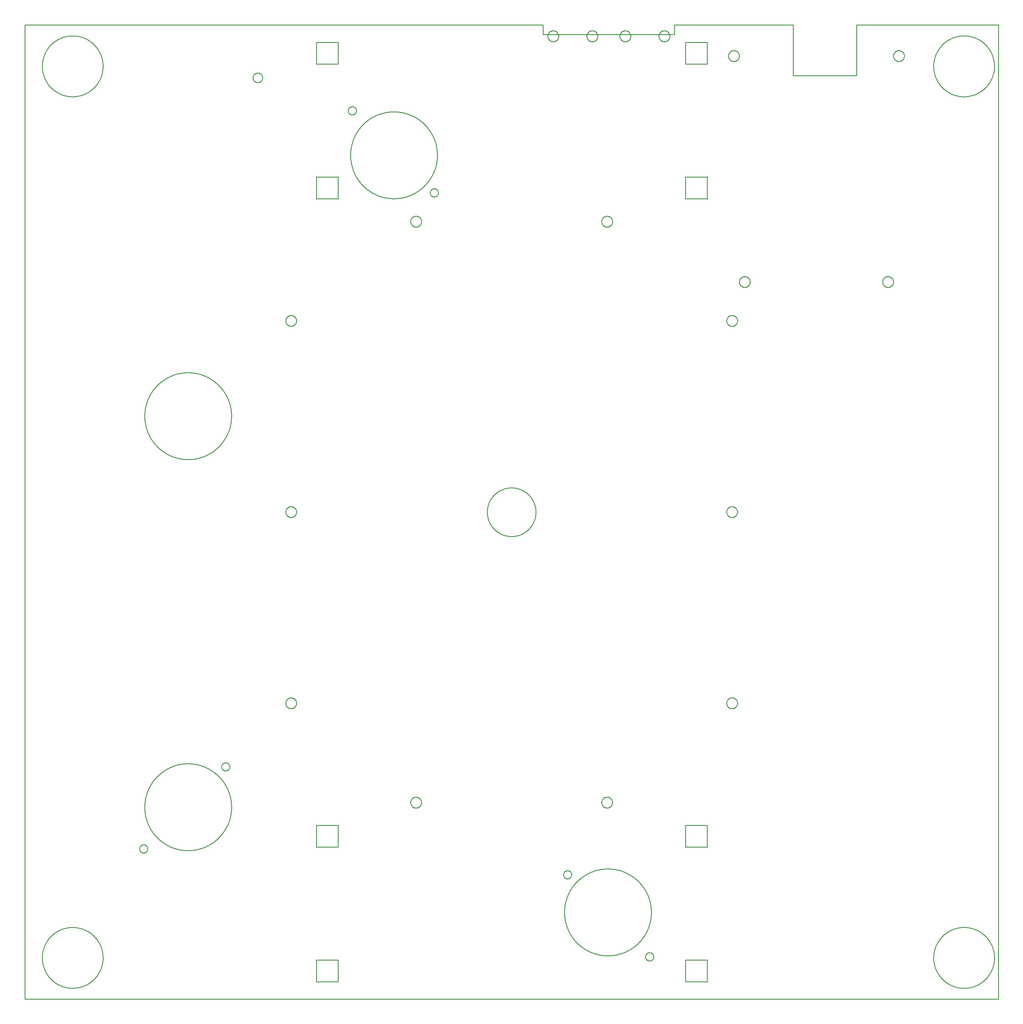
<source format=gbr>
G04 EAGLE Gerber X2 export*
%TF.Part,Single*%
%TF.FileFunction,Profile,NP*%
%TF.FilePolarity,Positive*%
%TF.GenerationSoftware,Autodesk,EAGLE,8.6.1*%
%TF.CreationDate,2018-02-09T18:52:30Z*%
G75*
%MOMM*%
%FSLAX34Y34*%
%LPD*%
%AMOC8*
5,1,8,0,0,1.08239X$1,22.5*%
G01*
%ADD10C,0.254000*%


D10*
X0Y0D02*
X2847340Y0D01*
X2847340Y2847340D01*
X2432687Y2847340D01*
X2432687Y2699507D01*
X2247270Y2699507D01*
X2247270Y2847340D01*
X1899886Y2847907D01*
X1899886Y2819400D01*
X1516227Y2819400D01*
X1516227Y2847340D01*
X0Y2847340D01*
X0Y0D01*
X1932631Y2733607D02*
X1996131Y2733607D01*
X1996131Y2797107D01*
X1932631Y2797107D01*
X1932631Y2733607D01*
X1932631Y2339907D02*
X1996131Y2339907D01*
X1996131Y2403407D01*
X1932631Y2403407D01*
X1932631Y2339907D01*
X853131Y2339907D02*
X916631Y2339907D01*
X916631Y2403407D01*
X853131Y2403407D01*
X853131Y2339907D01*
X853131Y2733607D02*
X916631Y2733607D01*
X916631Y2797107D01*
X853131Y2797107D01*
X853131Y2733607D01*
X853131Y444507D02*
X916631Y444507D01*
X916631Y508007D01*
X853131Y508007D01*
X853131Y444507D01*
X853131Y50807D02*
X916631Y50807D01*
X916631Y114307D01*
X853131Y114307D01*
X853131Y50807D01*
X1932631Y444507D02*
X1996131Y444507D01*
X1996131Y508007D01*
X1932631Y508007D01*
X1932631Y444507D01*
X1932631Y50807D02*
X1996131Y50807D01*
X1996131Y114307D01*
X1932631Y114307D01*
X1932631Y50807D01*
X2835850Y119750D02*
X2835775Y117165D01*
X2835624Y114583D01*
X2835399Y112007D01*
X2835099Y109438D01*
X2834724Y106879D01*
X2834275Y104332D01*
X2833752Y101800D01*
X2833156Y99283D01*
X2832486Y96785D01*
X2831745Y94308D01*
X2830931Y91853D01*
X2830047Y89423D01*
X2829092Y87019D01*
X2828067Y84644D01*
X2826974Y82301D01*
X2825814Y79990D01*
X2824586Y77713D01*
X2823293Y75474D01*
X2821936Y73273D01*
X2820515Y71112D01*
X2819031Y68993D01*
X2817487Y66919D01*
X2815883Y64890D01*
X2814221Y62909D01*
X2812501Y60977D01*
X2810727Y59096D01*
X2808898Y57268D01*
X2807017Y55493D01*
X2805085Y53774D01*
X2803104Y52111D01*
X2801075Y50507D01*
X2799001Y48963D01*
X2796882Y47480D01*
X2794722Y46058D01*
X2792521Y44701D01*
X2790281Y43408D01*
X2788005Y42180D01*
X2785694Y41020D01*
X2783350Y39927D01*
X2780975Y38902D01*
X2778572Y37948D01*
X2776142Y37063D01*
X2773687Y36250D01*
X2771209Y35508D01*
X2768711Y34839D01*
X2766195Y34242D01*
X2763662Y33719D01*
X2761115Y33270D01*
X2758556Y32895D01*
X2755988Y32595D01*
X2753411Y32370D01*
X2750830Y32219D01*
X2748245Y32144D01*
X2745658Y32144D01*
X2743073Y32219D01*
X2740492Y32370D01*
X2737915Y32595D01*
X2735347Y32895D01*
X2732788Y33270D01*
X2730241Y33719D01*
X2727708Y34242D01*
X2725192Y34839D01*
X2722694Y35508D01*
X2720216Y36250D01*
X2717761Y37063D01*
X2715331Y37948D01*
X2712928Y38902D01*
X2710553Y39927D01*
X2708209Y41020D01*
X2705898Y42180D01*
X2703622Y43408D01*
X2701382Y44701D01*
X2699181Y46058D01*
X2697021Y47480D01*
X2694902Y48963D01*
X2692828Y50507D01*
X2690799Y52111D01*
X2688818Y53774D01*
X2686886Y55493D01*
X2685005Y57268D01*
X2683176Y59096D01*
X2681402Y60977D01*
X2679682Y62909D01*
X2678020Y64890D01*
X2676416Y66919D01*
X2674872Y68993D01*
X2673388Y71112D01*
X2671967Y73273D01*
X2670610Y75474D01*
X2669317Y77713D01*
X2668089Y79990D01*
X2666928Y82301D01*
X2665836Y84644D01*
X2664811Y87019D01*
X2663856Y89423D01*
X2662972Y91853D01*
X2662158Y94308D01*
X2661417Y96785D01*
X2660747Y99283D01*
X2660151Y101800D01*
X2659628Y104332D01*
X2659179Y106879D01*
X2658804Y109438D01*
X2658504Y112007D01*
X2658278Y114583D01*
X2658128Y117165D01*
X2658053Y119750D01*
X2658053Y122336D01*
X2658128Y124921D01*
X2658278Y127503D01*
X2658504Y130079D01*
X2658804Y132648D01*
X2659179Y135206D01*
X2659628Y137753D01*
X2660151Y140286D01*
X2660747Y142802D01*
X2661417Y145300D01*
X2662158Y147778D01*
X2662972Y150233D01*
X2663856Y152663D01*
X2664811Y155066D01*
X2665836Y157441D01*
X2666928Y159785D01*
X2668089Y162096D01*
X2669317Y164372D01*
X2670610Y166612D01*
X2671967Y168813D01*
X2673388Y170974D01*
X2674872Y173092D01*
X2676416Y175166D01*
X2678020Y177195D01*
X2679682Y179176D01*
X2681402Y181108D01*
X2683176Y182989D01*
X2685005Y184818D01*
X2686886Y186593D01*
X2688818Y188312D01*
X2690799Y189974D01*
X2692828Y191578D01*
X2694902Y193123D01*
X2697021Y194606D01*
X2699181Y196027D01*
X2701382Y197385D01*
X2703622Y198678D01*
X2705898Y199905D01*
X2708209Y201066D01*
X2710553Y202159D01*
X2712928Y203183D01*
X2715331Y204138D01*
X2717761Y205022D01*
X2720216Y205836D01*
X2722694Y206578D01*
X2725192Y207247D01*
X2727708Y207843D01*
X2730241Y208366D01*
X2732788Y208815D01*
X2735347Y209190D01*
X2737915Y209490D01*
X2740492Y209716D01*
X2743073Y209866D01*
X2745658Y209941D01*
X2748245Y209941D01*
X2750830Y209866D01*
X2753411Y209716D01*
X2755988Y209490D01*
X2758556Y209190D01*
X2761115Y208815D01*
X2763662Y208366D01*
X2766195Y207843D01*
X2768711Y207247D01*
X2771209Y206578D01*
X2773687Y205836D01*
X2776142Y205022D01*
X2778572Y204138D01*
X2780975Y203183D01*
X2783350Y202159D01*
X2785694Y201066D01*
X2788005Y199905D01*
X2790281Y198678D01*
X2792521Y197385D01*
X2794722Y196027D01*
X2796882Y194606D01*
X2799001Y193123D01*
X2801075Y191578D01*
X2803104Y189974D01*
X2805085Y188312D01*
X2807017Y186593D01*
X2808898Y184818D01*
X2810727Y182989D01*
X2812501Y181108D01*
X2814221Y179176D01*
X2815883Y177195D01*
X2817487Y175166D01*
X2819031Y173092D01*
X2820515Y170974D01*
X2821936Y168813D01*
X2823293Y166612D01*
X2824586Y164372D01*
X2825814Y162096D01*
X2826974Y159785D01*
X2828067Y157441D01*
X2829092Y155066D01*
X2830047Y152663D01*
X2830931Y150233D01*
X2831745Y147778D01*
X2832486Y145300D01*
X2833156Y142802D01*
X2833752Y140286D01*
X2834275Y137753D01*
X2834724Y135206D01*
X2835099Y132648D01*
X2835399Y130079D01*
X2835624Y127503D01*
X2835775Y124921D01*
X2835850Y122336D01*
X2835850Y119750D01*
X228632Y119750D02*
X228557Y117165D01*
X228406Y114583D01*
X228181Y112007D01*
X227881Y109438D01*
X227506Y106879D01*
X227057Y104332D01*
X226534Y101800D01*
X225938Y99283D01*
X225268Y96785D01*
X224526Y94308D01*
X223713Y91853D01*
X222828Y89423D01*
X221874Y87019D01*
X220849Y84644D01*
X219756Y82301D01*
X218596Y79990D01*
X217368Y77713D01*
X216075Y75474D01*
X214718Y73273D01*
X213297Y71112D01*
X211813Y68993D01*
X210269Y66919D01*
X208665Y64890D01*
X207002Y62909D01*
X205283Y60977D01*
X203509Y59096D01*
X201680Y57268D01*
X199799Y55493D01*
X197867Y53774D01*
X195886Y52111D01*
X193857Y50507D01*
X191783Y48963D01*
X189664Y47480D01*
X187504Y46058D01*
X185303Y44701D01*
X183063Y43408D01*
X180787Y42180D01*
X178475Y41020D01*
X176132Y39927D01*
X173757Y38902D01*
X171354Y37948D01*
X168923Y37063D01*
X166469Y36250D01*
X163991Y35508D01*
X161493Y34839D01*
X158977Y34242D01*
X156444Y33719D01*
X153897Y33270D01*
X151338Y32895D01*
X148770Y32595D01*
X146193Y32370D01*
X143612Y32219D01*
X141026Y32144D01*
X138440Y32144D01*
X135855Y32219D01*
X133274Y32370D01*
X130697Y32595D01*
X128129Y32895D01*
X125570Y33270D01*
X123023Y33719D01*
X120490Y34242D01*
X117974Y34839D01*
X115476Y35508D01*
X112998Y36250D01*
X110543Y37063D01*
X108113Y37948D01*
X105710Y38902D01*
X103335Y39927D01*
X100991Y41020D01*
X98680Y42180D01*
X96404Y43408D01*
X94164Y44701D01*
X91963Y46058D01*
X89802Y47480D01*
X87684Y48963D01*
X85610Y50507D01*
X83581Y52111D01*
X81600Y53774D01*
X79668Y55493D01*
X77787Y57268D01*
X75958Y59096D01*
X74184Y60977D01*
X72464Y62909D01*
X70802Y64890D01*
X69198Y66919D01*
X67654Y68993D01*
X66170Y71112D01*
X64749Y73273D01*
X63391Y75474D01*
X62098Y77713D01*
X60871Y79990D01*
X59710Y82301D01*
X58617Y84644D01*
X57593Y87019D01*
X56638Y89423D01*
X55754Y91853D01*
X54940Y94308D01*
X54199Y96785D01*
X53529Y99283D01*
X52933Y101800D01*
X52410Y104332D01*
X51961Y106879D01*
X51586Y109438D01*
X51286Y112007D01*
X51060Y114583D01*
X50910Y117165D01*
X50835Y119750D01*
X50835Y122336D01*
X50910Y124921D01*
X51060Y127503D01*
X51286Y130079D01*
X51586Y132648D01*
X51961Y135206D01*
X52410Y137753D01*
X52933Y140286D01*
X53529Y142802D01*
X54199Y145300D01*
X54940Y147778D01*
X55754Y150233D01*
X56638Y152663D01*
X57593Y155066D01*
X58617Y157441D01*
X59710Y159785D01*
X60871Y162096D01*
X62098Y164372D01*
X63391Y166612D01*
X64749Y168813D01*
X66170Y170974D01*
X67654Y173092D01*
X69198Y175166D01*
X70802Y177195D01*
X72464Y179176D01*
X74184Y181108D01*
X75958Y182989D01*
X77787Y184818D01*
X79668Y186593D01*
X81600Y188312D01*
X83581Y189974D01*
X85610Y191578D01*
X87684Y193123D01*
X89802Y194606D01*
X91963Y196027D01*
X94164Y197385D01*
X96404Y198678D01*
X98680Y199905D01*
X100991Y201066D01*
X103335Y202159D01*
X105710Y203183D01*
X108113Y204138D01*
X110543Y205022D01*
X112998Y205836D01*
X115476Y206578D01*
X117974Y207247D01*
X120490Y207843D01*
X123023Y208366D01*
X125570Y208815D01*
X128129Y209190D01*
X130697Y209490D01*
X133274Y209716D01*
X135855Y209866D01*
X138440Y209941D01*
X141026Y209941D01*
X143612Y209866D01*
X146193Y209716D01*
X148770Y209490D01*
X151338Y209190D01*
X153897Y208815D01*
X156444Y208366D01*
X158977Y207843D01*
X161493Y207247D01*
X163991Y206578D01*
X166469Y205836D01*
X168923Y205022D01*
X171354Y204138D01*
X173757Y203183D01*
X176132Y202159D01*
X178475Y201066D01*
X180787Y199905D01*
X183063Y198678D01*
X185303Y197385D01*
X187504Y196027D01*
X189664Y194606D01*
X191783Y193123D01*
X193857Y191578D01*
X195886Y189974D01*
X197867Y188312D01*
X199799Y186593D01*
X201680Y184818D01*
X203509Y182989D01*
X205283Y181108D01*
X207002Y179176D01*
X208665Y177195D01*
X210269Y175166D01*
X211813Y173092D01*
X213297Y170974D01*
X214718Y168813D01*
X216075Y166612D01*
X217368Y164372D01*
X218596Y162096D01*
X219756Y159785D01*
X220849Y157441D01*
X221874Y155066D01*
X222828Y152663D01*
X223713Y150233D01*
X224526Y147778D01*
X225268Y145300D01*
X225938Y142802D01*
X226534Y140286D01*
X227057Y137753D01*
X227506Y135206D01*
X227881Y132648D01*
X228181Y130079D01*
X228406Y127503D01*
X228557Y124921D01*
X228632Y122336D01*
X228632Y119750D01*
X1209472Y2356491D02*
X1209398Y2355551D01*
X1209251Y2354621D01*
X1209031Y2353704D01*
X1208739Y2352808D01*
X1208379Y2351937D01*
X1207951Y2351097D01*
X1207458Y2350294D01*
X1206904Y2349531D01*
X1206292Y2348815D01*
X1205626Y2348148D01*
X1204909Y2347536D01*
X1204147Y2346982D01*
X1203343Y2346490D01*
X1202503Y2346062D01*
X1201633Y2345701D01*
X1200736Y2345410D01*
X1199820Y2345190D01*
X1198889Y2345042D01*
X1197949Y2344968D01*
X1197007Y2344968D01*
X1196067Y2345042D01*
X1195136Y2345190D01*
X1194220Y2345410D01*
X1193323Y2345701D01*
X1192453Y2346062D01*
X1191613Y2346490D01*
X1190809Y2346982D01*
X1190047Y2347536D01*
X1189330Y2348148D01*
X1188664Y2348815D01*
X1188052Y2349531D01*
X1187498Y2350294D01*
X1187005Y2351097D01*
X1186577Y2351937D01*
X1186217Y2352808D01*
X1185925Y2353704D01*
X1185705Y2354621D01*
X1185558Y2355551D01*
X1185484Y2356491D01*
X1185484Y2357434D01*
X1185558Y2358373D01*
X1185705Y2359304D01*
X1185925Y2360220D01*
X1186217Y2361117D01*
X1186577Y2361988D01*
X1187005Y2362827D01*
X1187498Y2363631D01*
X1188052Y2364393D01*
X1188664Y2365110D01*
X1189330Y2365777D01*
X1190047Y2366389D01*
X1190809Y2366943D01*
X1191613Y2367435D01*
X1192453Y2367863D01*
X1193323Y2368224D01*
X1194220Y2368515D01*
X1195136Y2368735D01*
X1196067Y2368882D01*
X1197007Y2368956D01*
X1197949Y2368956D01*
X1198889Y2368882D01*
X1199820Y2368735D01*
X1200736Y2368515D01*
X1201633Y2368224D01*
X1202503Y2367863D01*
X1203343Y2367435D01*
X1204147Y2366943D01*
X1204909Y2366389D01*
X1205626Y2365777D01*
X1206292Y2365110D01*
X1206904Y2364393D01*
X1207458Y2363631D01*
X1207951Y2362827D01*
X1208379Y2361988D01*
X1208739Y2361117D01*
X1209031Y2360220D01*
X1209251Y2359304D01*
X1209398Y2358373D01*
X1209472Y2357434D01*
X1209472Y2356491D01*
X969569Y2596371D02*
X969495Y2595432D01*
X969348Y2594501D01*
X969128Y2593584D01*
X968836Y2592688D01*
X968476Y2591817D01*
X968048Y2590977D01*
X967555Y2590174D01*
X967001Y2589411D01*
X966389Y2588695D01*
X965723Y2588028D01*
X965006Y2587416D01*
X964244Y2586862D01*
X963440Y2586370D01*
X962600Y2585942D01*
X961730Y2585581D01*
X960833Y2585290D01*
X959917Y2585070D01*
X958986Y2584922D01*
X958046Y2584848D01*
X957104Y2584848D01*
X956164Y2584922D01*
X955233Y2585070D01*
X954317Y2585290D01*
X953421Y2585581D01*
X952550Y2585942D01*
X951710Y2586370D01*
X950906Y2586862D01*
X950144Y2587416D01*
X949427Y2588028D01*
X948761Y2588695D01*
X948149Y2589411D01*
X947595Y2590174D01*
X947102Y2590977D01*
X946674Y2591817D01*
X946314Y2592688D01*
X946022Y2593584D01*
X945802Y2594501D01*
X945655Y2595432D01*
X945581Y2596371D01*
X945581Y2597314D01*
X945655Y2598253D01*
X945802Y2599184D01*
X946022Y2600101D01*
X946314Y2600997D01*
X946674Y2601868D01*
X947102Y2602707D01*
X947595Y2603511D01*
X948149Y2604274D01*
X948761Y2604990D01*
X949427Y2605657D01*
X950144Y2606269D01*
X950906Y2606823D01*
X951710Y2607315D01*
X952550Y2607743D01*
X953421Y2608104D01*
X954317Y2608395D01*
X955233Y2608615D01*
X956164Y2608762D01*
X957104Y2608836D01*
X958046Y2608836D01*
X958986Y2608762D01*
X959917Y2608615D01*
X960833Y2608395D01*
X961730Y2608104D01*
X962600Y2607743D01*
X963440Y2607315D01*
X964244Y2606823D01*
X965006Y2606269D01*
X965723Y2605657D01*
X966389Y2604990D01*
X967001Y2604274D01*
X967555Y2603511D01*
X968048Y2602707D01*
X968476Y2601868D01*
X968836Y2600997D01*
X969128Y2600101D01*
X969348Y2599184D01*
X969495Y2598253D01*
X969569Y2597314D01*
X969569Y2596371D01*
X1599331Y363480D02*
X1599257Y362541D01*
X1599110Y361610D01*
X1598890Y360693D01*
X1598599Y359797D01*
X1598238Y358926D01*
X1597810Y358087D01*
X1597318Y357283D01*
X1596764Y356520D01*
X1596152Y355804D01*
X1595485Y355137D01*
X1594768Y354525D01*
X1594006Y353971D01*
X1593202Y353479D01*
X1592363Y353051D01*
X1591492Y352690D01*
X1590595Y352399D01*
X1589679Y352179D01*
X1588748Y352032D01*
X1587809Y351958D01*
X1586866Y351958D01*
X1585926Y352032D01*
X1584996Y352179D01*
X1584079Y352399D01*
X1583183Y352690D01*
X1582312Y353051D01*
X1581472Y353479D01*
X1580669Y353971D01*
X1579906Y354525D01*
X1579189Y355137D01*
X1578523Y355804D01*
X1577911Y356520D01*
X1577357Y357283D01*
X1576865Y358087D01*
X1576437Y358926D01*
X1576076Y359797D01*
X1575785Y360693D01*
X1575565Y361610D01*
X1575417Y362541D01*
X1575343Y363480D01*
X1575343Y364423D01*
X1575417Y365362D01*
X1575565Y366293D01*
X1575785Y367210D01*
X1576076Y368106D01*
X1576437Y368977D01*
X1576865Y369817D01*
X1577357Y370620D01*
X1577911Y371383D01*
X1578523Y372099D01*
X1579189Y372766D01*
X1579906Y373378D01*
X1580669Y373932D01*
X1581472Y374424D01*
X1582312Y374852D01*
X1583183Y375213D01*
X1584079Y375504D01*
X1584996Y375724D01*
X1585926Y375872D01*
X1586866Y375946D01*
X1587809Y375946D01*
X1588748Y375872D01*
X1589679Y375724D01*
X1590595Y375504D01*
X1591492Y375213D01*
X1592363Y374852D01*
X1593202Y374424D01*
X1594006Y373932D01*
X1594768Y373378D01*
X1595485Y372766D01*
X1596152Y372099D01*
X1596764Y371383D01*
X1597318Y370620D01*
X1597810Y369817D01*
X1598238Y368977D01*
X1598599Y368106D01*
X1598890Y367210D01*
X1599110Y366293D01*
X1599257Y365362D01*
X1599331Y364423D01*
X1599331Y363480D01*
X1839234Y123600D02*
X1839160Y122661D01*
X1839013Y121730D01*
X1838793Y120813D01*
X1838502Y119917D01*
X1838141Y119046D01*
X1837713Y118206D01*
X1837221Y117403D01*
X1836667Y116640D01*
X1836054Y115924D01*
X1835388Y115257D01*
X1834671Y114645D01*
X1833909Y114091D01*
X1833105Y113599D01*
X1832265Y113171D01*
X1831395Y112810D01*
X1830498Y112519D01*
X1829582Y112299D01*
X1828651Y112151D01*
X1827711Y112078D01*
X1826769Y112078D01*
X1825829Y112151D01*
X1824898Y112299D01*
X1823982Y112519D01*
X1823086Y112810D01*
X1822215Y113171D01*
X1821375Y113599D01*
X1820572Y114091D01*
X1819809Y114645D01*
X1819092Y115257D01*
X1818426Y115924D01*
X1817814Y116640D01*
X1817260Y117403D01*
X1816767Y118206D01*
X1816340Y119046D01*
X1815979Y119917D01*
X1815688Y120813D01*
X1815468Y121730D01*
X1815320Y122661D01*
X1815246Y123600D01*
X1815246Y124543D01*
X1815320Y125482D01*
X1815468Y126413D01*
X1815688Y127330D01*
X1815979Y128226D01*
X1816340Y129097D01*
X1816767Y129937D01*
X1817260Y130740D01*
X1817814Y131503D01*
X1818426Y132219D01*
X1819092Y132886D01*
X1819809Y133498D01*
X1820572Y134052D01*
X1821375Y134544D01*
X1822215Y134972D01*
X1823086Y135333D01*
X1823982Y135624D01*
X1824898Y135844D01*
X1825829Y135992D01*
X1826769Y136066D01*
X1827711Y136066D01*
X1828651Y135992D01*
X1829582Y135844D01*
X1830498Y135624D01*
X1831395Y135333D01*
X1832265Y134972D01*
X1833105Y134544D01*
X1833909Y134052D01*
X1834671Y133498D01*
X1835388Y132886D01*
X1836054Y132219D01*
X1836667Y131503D01*
X1837221Y130740D01*
X1837713Y129937D01*
X1838141Y129097D01*
X1838502Y128226D01*
X1838793Y127330D01*
X1839013Y126413D01*
X1839160Y125482D01*
X1839234Y124543D01*
X1839234Y123600D01*
X599473Y678839D02*
X599399Y677900D01*
X599252Y676969D01*
X599032Y676052D01*
X598740Y675156D01*
X598380Y674285D01*
X597952Y673445D01*
X597459Y672642D01*
X596905Y671879D01*
X596293Y671163D01*
X595627Y670496D01*
X594910Y669884D01*
X594148Y669330D01*
X593344Y668838D01*
X592504Y668410D01*
X591634Y668049D01*
X590737Y667758D01*
X589821Y667538D01*
X588890Y667390D01*
X587950Y667316D01*
X587008Y667316D01*
X586068Y667390D01*
X585137Y667538D01*
X584221Y667758D01*
X583325Y668049D01*
X582454Y668410D01*
X581614Y668838D01*
X580810Y669330D01*
X580048Y669884D01*
X579331Y670496D01*
X578665Y671163D01*
X578053Y671879D01*
X577499Y672642D01*
X577006Y673445D01*
X576578Y674285D01*
X576218Y675156D01*
X575926Y676052D01*
X575706Y676969D01*
X575559Y677900D01*
X575485Y678839D01*
X575485Y679782D01*
X575559Y680721D01*
X575706Y681652D01*
X575926Y682569D01*
X576218Y683465D01*
X576578Y684336D01*
X577006Y685175D01*
X577499Y685979D01*
X578053Y686742D01*
X578665Y687458D01*
X579331Y688125D01*
X580048Y688737D01*
X580810Y689291D01*
X581614Y689783D01*
X582454Y690211D01*
X583325Y690572D01*
X584221Y690863D01*
X585137Y691083D01*
X586068Y691230D01*
X587008Y691304D01*
X587950Y691304D01*
X588890Y691230D01*
X589821Y691083D01*
X590737Y690863D01*
X591634Y690572D01*
X592504Y690211D01*
X593344Y689783D01*
X594148Y689291D01*
X594910Y688737D01*
X595627Y688125D01*
X596293Y687458D01*
X596905Y686742D01*
X597459Y685979D01*
X597952Y685175D01*
X598380Y684336D01*
X598740Y683465D01*
X599032Y682569D01*
X599252Y681652D01*
X599399Y680721D01*
X599473Y679782D01*
X599473Y678839D01*
X359593Y438936D02*
X359519Y437997D01*
X359372Y437066D01*
X359152Y436149D01*
X358860Y435253D01*
X358500Y434382D01*
X358072Y433542D01*
X357579Y432739D01*
X357025Y431976D01*
X356413Y431260D01*
X355747Y430593D01*
X355030Y429981D01*
X354268Y429427D01*
X353464Y428935D01*
X352624Y428507D01*
X351754Y428146D01*
X350857Y427855D01*
X349941Y427635D01*
X349010Y427487D01*
X348070Y427414D01*
X347128Y427414D01*
X346188Y427487D01*
X345257Y427635D01*
X344341Y427855D01*
X343444Y428146D01*
X342574Y428507D01*
X341734Y428935D01*
X340930Y429427D01*
X340168Y429981D01*
X339451Y430593D01*
X338785Y431260D01*
X338173Y431976D01*
X337619Y432739D01*
X337126Y433542D01*
X336698Y434382D01*
X336338Y435253D01*
X336046Y436149D01*
X335826Y437066D01*
X335679Y437997D01*
X335605Y438936D01*
X335605Y439879D01*
X335679Y440818D01*
X335826Y441749D01*
X336046Y442666D01*
X336338Y443562D01*
X336698Y444433D01*
X337126Y445273D01*
X337619Y446076D01*
X338173Y446839D01*
X338785Y447555D01*
X339451Y448222D01*
X340168Y448834D01*
X340930Y449388D01*
X341734Y449880D01*
X342574Y450308D01*
X343444Y450669D01*
X344341Y450960D01*
X345257Y451180D01*
X346188Y451328D01*
X347128Y451402D01*
X348070Y451402D01*
X349010Y451328D01*
X349941Y451180D01*
X350857Y450960D01*
X351754Y450669D01*
X352624Y450308D01*
X353464Y449880D01*
X354268Y449388D01*
X355030Y448834D01*
X355747Y448222D01*
X356413Y447555D01*
X357025Y446839D01*
X357579Y446076D01*
X358072Y445273D01*
X358500Y444433D01*
X358860Y443562D01*
X359152Y442666D01*
X359372Y441749D01*
X359519Y440818D01*
X359593Y439879D01*
X359593Y438936D01*
X604520Y1702781D02*
X604444Y1699665D01*
X604291Y1696552D01*
X604061Y1693443D01*
X603756Y1690341D01*
X603374Y1687247D01*
X602917Y1684164D01*
X602384Y1681092D01*
X601776Y1678035D01*
X601093Y1674993D01*
X600335Y1671970D01*
X599504Y1668965D01*
X598599Y1665982D01*
X597621Y1663022D01*
X596571Y1660088D01*
X595449Y1657179D01*
X594256Y1654299D01*
X592993Y1651449D01*
X591660Y1648632D01*
X590259Y1645847D01*
X588789Y1643098D01*
X587253Y1640386D01*
X585650Y1637712D01*
X583983Y1635079D01*
X582251Y1632487D01*
X580456Y1629938D01*
X578599Y1627434D01*
X576681Y1624977D01*
X574704Y1622567D01*
X572668Y1620207D01*
X570574Y1617897D01*
X568425Y1615640D01*
X566220Y1613435D01*
X563963Y1611286D01*
X561653Y1609193D01*
X559293Y1607156D01*
X556883Y1605179D01*
X554426Y1603261D01*
X551922Y1601404D01*
X549373Y1599609D01*
X546782Y1597877D01*
X544148Y1596210D01*
X541474Y1594607D01*
X538762Y1593071D01*
X536013Y1591601D01*
X533228Y1590200D01*
X530411Y1588867D01*
X527561Y1587604D01*
X524681Y1586411D01*
X521773Y1585289D01*
X518838Y1584239D01*
X515878Y1583261D01*
X512895Y1582356D01*
X509890Y1581525D01*
X506867Y1580767D01*
X503825Y1580084D01*
X500768Y1579476D01*
X497697Y1578943D01*
X494613Y1578486D01*
X491519Y1578104D01*
X488417Y1577799D01*
X485308Y1577569D01*
X482195Y1577417D01*
X479079Y1577340D01*
X475961Y1577340D01*
X472845Y1577417D01*
X469732Y1577569D01*
X466623Y1577799D01*
X463521Y1578104D01*
X460427Y1578486D01*
X457344Y1578943D01*
X454272Y1579476D01*
X451215Y1580084D01*
X448173Y1580767D01*
X445150Y1581525D01*
X442145Y1582356D01*
X439162Y1583261D01*
X436202Y1584239D01*
X433268Y1585289D01*
X430359Y1586411D01*
X427479Y1587604D01*
X424629Y1588867D01*
X421812Y1590200D01*
X419027Y1591601D01*
X416278Y1593071D01*
X413566Y1594607D01*
X410892Y1596210D01*
X408259Y1597877D01*
X405667Y1599609D01*
X403118Y1601404D01*
X400614Y1603261D01*
X398157Y1605179D01*
X395747Y1607156D01*
X393387Y1609193D01*
X391077Y1611286D01*
X388820Y1613435D01*
X386615Y1615640D01*
X384466Y1617897D01*
X382373Y1620207D01*
X380336Y1622567D01*
X378359Y1624977D01*
X376441Y1627434D01*
X374584Y1629938D01*
X372789Y1632487D01*
X371057Y1635079D01*
X369390Y1637712D01*
X367787Y1640386D01*
X366251Y1643098D01*
X364781Y1645847D01*
X363380Y1648632D01*
X362047Y1651449D01*
X360784Y1654299D01*
X359591Y1657179D01*
X358469Y1660088D01*
X357419Y1663022D01*
X356441Y1665982D01*
X355536Y1668965D01*
X354705Y1671970D01*
X353947Y1674993D01*
X353264Y1678035D01*
X352656Y1681092D01*
X352123Y1684164D01*
X351666Y1687247D01*
X351284Y1690341D01*
X350979Y1693443D01*
X350749Y1696552D01*
X350597Y1699665D01*
X350520Y1702781D01*
X350520Y1705899D01*
X350597Y1709015D01*
X350749Y1712128D01*
X350979Y1715237D01*
X351284Y1718339D01*
X351666Y1721433D01*
X352123Y1724517D01*
X352656Y1727588D01*
X353264Y1730645D01*
X353947Y1733687D01*
X354705Y1736710D01*
X355536Y1739715D01*
X356441Y1742698D01*
X357419Y1745658D01*
X358469Y1748593D01*
X359591Y1751501D01*
X360784Y1754381D01*
X362047Y1757231D01*
X363380Y1760048D01*
X364781Y1762833D01*
X366251Y1765582D01*
X367787Y1768294D01*
X369390Y1770968D01*
X371057Y1773602D01*
X372789Y1776193D01*
X374584Y1778742D01*
X376441Y1781246D01*
X378359Y1783703D01*
X380336Y1786113D01*
X382373Y1788473D01*
X384466Y1790783D01*
X386615Y1793040D01*
X388820Y1795245D01*
X391077Y1797394D01*
X393387Y1799488D01*
X395747Y1801524D01*
X398157Y1803501D01*
X400614Y1805419D01*
X403118Y1807276D01*
X405667Y1809071D01*
X408259Y1810803D01*
X410892Y1812470D01*
X413566Y1814073D01*
X416278Y1815609D01*
X419027Y1817079D01*
X421812Y1818480D01*
X424629Y1819813D01*
X427479Y1821076D01*
X430359Y1822269D01*
X433268Y1823391D01*
X436202Y1824441D01*
X439162Y1825419D01*
X442145Y1826324D01*
X445150Y1827155D01*
X448173Y1827913D01*
X451215Y1828596D01*
X454272Y1829204D01*
X457344Y1829737D01*
X460427Y1830194D01*
X463521Y1830576D01*
X466623Y1830881D01*
X469732Y1831111D01*
X472845Y1831264D01*
X475961Y1831340D01*
X479079Y1831340D01*
X482195Y1831264D01*
X485308Y1831111D01*
X488417Y1830881D01*
X491519Y1830576D01*
X494613Y1830194D01*
X497697Y1829737D01*
X500768Y1829204D01*
X503825Y1828596D01*
X506867Y1827913D01*
X509890Y1827155D01*
X512895Y1826324D01*
X515878Y1825419D01*
X518838Y1824441D01*
X521773Y1823391D01*
X524681Y1822269D01*
X527561Y1821076D01*
X530411Y1819813D01*
X533228Y1818480D01*
X536013Y1817079D01*
X538762Y1815609D01*
X541474Y1814073D01*
X544148Y1812470D01*
X546782Y1810803D01*
X549373Y1809071D01*
X551922Y1807276D01*
X554426Y1805419D01*
X556883Y1803501D01*
X559293Y1801524D01*
X561653Y1799488D01*
X563963Y1797394D01*
X566220Y1795245D01*
X568425Y1793040D01*
X570574Y1790783D01*
X572668Y1788473D01*
X574704Y1786113D01*
X576681Y1783703D01*
X578599Y1781246D01*
X580456Y1778742D01*
X582251Y1776193D01*
X583983Y1773602D01*
X585650Y1770968D01*
X587253Y1768294D01*
X588789Y1765582D01*
X590259Y1762833D01*
X591660Y1760048D01*
X592993Y1757231D01*
X594256Y1754381D01*
X595449Y1751501D01*
X596571Y1748593D01*
X597621Y1745658D01*
X598599Y1742698D01*
X599504Y1739715D01*
X600335Y1736710D01*
X601093Y1733687D01*
X601776Y1730645D01*
X602384Y1727588D01*
X602917Y1724517D01*
X603374Y1721433D01*
X603756Y1718339D01*
X604061Y1715237D01*
X604291Y1712128D01*
X604444Y1709015D01*
X604520Y1705899D01*
X604520Y1702781D01*
X604534Y559788D02*
X604458Y556672D01*
X604305Y553558D01*
X604075Y550449D01*
X603770Y547347D01*
X603388Y544253D01*
X602931Y541170D01*
X602398Y538099D01*
X601790Y535041D01*
X601107Y532000D01*
X600349Y528976D01*
X599518Y525972D01*
X598613Y522989D01*
X597635Y520029D01*
X596585Y517094D01*
X595463Y514186D01*
X594270Y511306D01*
X593007Y508456D01*
X591674Y505638D01*
X590273Y502854D01*
X588803Y500105D01*
X587267Y497392D01*
X585664Y494719D01*
X583997Y492085D01*
X582265Y489493D01*
X580470Y486945D01*
X578613Y484441D01*
X576695Y481983D01*
X574718Y479574D01*
X572682Y477213D01*
X570588Y474904D01*
X568439Y472646D01*
X566235Y470442D01*
X563977Y468292D01*
X561667Y466199D01*
X559307Y464163D01*
X556897Y462185D01*
X554440Y460268D01*
X551936Y458411D01*
X549387Y456616D01*
X546796Y454884D01*
X544162Y453216D01*
X541488Y451614D01*
X538776Y450077D01*
X536027Y448608D01*
X533243Y447206D01*
X530425Y445873D01*
X527575Y444610D01*
X524695Y443417D01*
X521787Y442295D01*
X518852Y441245D01*
X515892Y440268D01*
X512909Y439363D01*
X509904Y438531D01*
X506881Y437774D01*
X503839Y437091D01*
X500782Y436483D01*
X497711Y435950D01*
X494627Y435492D01*
X491533Y435111D01*
X488431Y434805D01*
X485322Y434576D01*
X482209Y434423D01*
X479093Y434347D01*
X475975Y434347D01*
X472859Y434423D01*
X469746Y434576D01*
X466637Y434805D01*
X463535Y435111D01*
X460441Y435492D01*
X457358Y435950D01*
X454286Y436483D01*
X451229Y437091D01*
X448187Y437774D01*
X445164Y438531D01*
X442159Y439363D01*
X439176Y440268D01*
X436217Y441245D01*
X433282Y442295D01*
X430373Y443417D01*
X427493Y444610D01*
X424644Y445873D01*
X421826Y447206D01*
X419041Y448608D01*
X416292Y450077D01*
X413580Y451614D01*
X410906Y453216D01*
X408273Y454884D01*
X405681Y456616D01*
X403132Y458411D01*
X400628Y460268D01*
X398171Y462185D01*
X395761Y464163D01*
X393401Y466199D01*
X391091Y468292D01*
X388834Y470442D01*
X386629Y472646D01*
X384480Y474904D01*
X382387Y477213D01*
X380351Y479574D01*
X378373Y481983D01*
X376455Y484441D01*
X374598Y486945D01*
X372803Y489493D01*
X371072Y492085D01*
X369404Y494719D01*
X367801Y497392D01*
X366265Y500105D01*
X364795Y502854D01*
X363394Y505638D01*
X362061Y508456D01*
X360798Y511306D01*
X359605Y514186D01*
X358483Y517094D01*
X357433Y520029D01*
X356455Y522989D01*
X355550Y525972D01*
X354719Y528976D01*
X353961Y532000D01*
X353278Y535041D01*
X352670Y538099D01*
X352137Y541170D01*
X351680Y544253D01*
X351298Y547347D01*
X350993Y550449D01*
X350764Y553558D01*
X350611Y556672D01*
X350534Y559788D01*
X350534Y562905D01*
X350611Y566021D01*
X350764Y569135D01*
X350993Y572244D01*
X351298Y575346D01*
X351680Y578440D01*
X352137Y581523D01*
X352670Y584594D01*
X353278Y587652D01*
X353961Y590693D01*
X354719Y593717D01*
X355550Y596721D01*
X356455Y599704D01*
X357433Y602664D01*
X358483Y605599D01*
X359605Y608507D01*
X360798Y611387D01*
X362061Y614237D01*
X363394Y617055D01*
X364795Y619839D01*
X366265Y622588D01*
X367801Y625301D01*
X369404Y627974D01*
X371072Y630608D01*
X372803Y633200D01*
X374598Y635748D01*
X376455Y638252D01*
X378373Y640710D01*
X380351Y643119D01*
X382387Y645480D01*
X384480Y647789D01*
X386629Y650047D01*
X388834Y652251D01*
X391091Y654401D01*
X393401Y656494D01*
X395761Y658530D01*
X398171Y660508D01*
X400628Y662425D01*
X403132Y664282D01*
X405681Y666077D01*
X408273Y667809D01*
X410906Y669477D01*
X413580Y671079D01*
X416292Y672616D01*
X419041Y674085D01*
X421826Y675487D01*
X424644Y676820D01*
X427493Y678083D01*
X430373Y679276D01*
X433282Y680398D01*
X436217Y681448D01*
X439176Y682425D01*
X442159Y683330D01*
X445164Y684162D01*
X448187Y684919D01*
X451229Y685602D01*
X454286Y686210D01*
X457358Y686743D01*
X460441Y687201D01*
X463535Y687582D01*
X466637Y687888D01*
X469746Y688117D01*
X472859Y688270D01*
X475975Y688347D01*
X479093Y688347D01*
X482209Y688270D01*
X485322Y688117D01*
X488431Y687888D01*
X491533Y687582D01*
X494627Y687201D01*
X497711Y686743D01*
X500782Y686210D01*
X503839Y685602D01*
X506881Y684919D01*
X509904Y684162D01*
X512909Y683330D01*
X515892Y682425D01*
X518852Y681448D01*
X521787Y680398D01*
X524695Y679276D01*
X527575Y678083D01*
X530425Y676820D01*
X533243Y675487D01*
X536027Y674085D01*
X538776Y672616D01*
X541488Y671079D01*
X544162Y669477D01*
X546796Y667809D01*
X549387Y666077D01*
X551936Y664282D01*
X554440Y662425D01*
X556897Y660508D01*
X559307Y658530D01*
X561667Y656494D01*
X563977Y654401D01*
X566235Y652251D01*
X568439Y650047D01*
X570588Y647789D01*
X572682Y645480D01*
X574718Y643119D01*
X576695Y640710D01*
X578613Y638252D01*
X580470Y635748D01*
X582265Y633200D01*
X583997Y630608D01*
X585664Y627974D01*
X587267Y625301D01*
X588803Y622588D01*
X590273Y619839D01*
X591674Y617055D01*
X593007Y614237D01*
X594270Y611387D01*
X595463Y608507D01*
X596585Y605599D01*
X597635Y602664D01*
X598613Y599704D01*
X599518Y596721D01*
X600349Y593717D01*
X601107Y590693D01*
X601790Y587652D01*
X602398Y584594D01*
X602931Y581523D01*
X603388Y578440D01*
X603770Y575346D01*
X604075Y572244D01*
X604305Y569135D01*
X604458Y566021D01*
X604534Y562905D01*
X604534Y559788D01*
X2835850Y2725578D02*
X2835775Y2722993D01*
X2835624Y2720411D01*
X2835399Y2717835D01*
X2835099Y2715266D01*
X2834724Y2712708D01*
X2834275Y2710161D01*
X2833752Y2707628D01*
X2833156Y2705112D01*
X2832486Y2702614D01*
X2831745Y2700136D01*
X2830931Y2697681D01*
X2830047Y2695251D01*
X2829092Y2692848D01*
X2828067Y2690473D01*
X2826974Y2688129D01*
X2825814Y2685818D01*
X2824586Y2683542D01*
X2823293Y2681302D01*
X2821936Y2679101D01*
X2820515Y2676940D01*
X2819031Y2674822D01*
X2817487Y2672747D01*
X2815883Y2670719D01*
X2814221Y2668738D01*
X2812501Y2666806D01*
X2810727Y2664925D01*
X2808898Y2663096D01*
X2807017Y2661321D01*
X2805085Y2659602D01*
X2803104Y2657940D01*
X2801075Y2656336D01*
X2799001Y2654791D01*
X2796882Y2653308D01*
X2794722Y2651887D01*
X2792521Y2650529D01*
X2790281Y2649236D01*
X2788005Y2648009D01*
X2785694Y2646848D01*
X2783350Y2645755D01*
X2780975Y2644731D01*
X2778572Y2643776D01*
X2776142Y2642892D01*
X2773687Y2642078D01*
X2771209Y2641336D01*
X2768711Y2640667D01*
X2766195Y2640071D01*
X2763662Y2639548D01*
X2761115Y2639099D01*
X2758556Y2638724D01*
X2755988Y2638424D01*
X2753411Y2638198D01*
X2750830Y2638048D01*
X2748245Y2637973D01*
X2745658Y2637973D01*
X2743073Y2638048D01*
X2740492Y2638198D01*
X2737915Y2638424D01*
X2735347Y2638724D01*
X2732788Y2639099D01*
X2730241Y2639548D01*
X2727708Y2640071D01*
X2725192Y2640667D01*
X2722694Y2641336D01*
X2720216Y2642078D01*
X2717761Y2642892D01*
X2715331Y2643776D01*
X2712928Y2644731D01*
X2710553Y2645755D01*
X2708209Y2646848D01*
X2705898Y2648009D01*
X2703622Y2649236D01*
X2701382Y2650529D01*
X2699181Y2651887D01*
X2697021Y2653308D01*
X2694902Y2654791D01*
X2692828Y2656336D01*
X2690799Y2657940D01*
X2688818Y2659602D01*
X2686886Y2661321D01*
X2685005Y2663096D01*
X2683176Y2664925D01*
X2681402Y2666806D01*
X2679682Y2668738D01*
X2678020Y2670719D01*
X2676416Y2672747D01*
X2674872Y2674822D01*
X2673388Y2676940D01*
X2671967Y2679101D01*
X2670610Y2681302D01*
X2669317Y2683542D01*
X2668089Y2685818D01*
X2666928Y2688129D01*
X2665836Y2690473D01*
X2664811Y2692848D01*
X2663856Y2695251D01*
X2662972Y2697681D01*
X2662158Y2700136D01*
X2661417Y2702614D01*
X2660747Y2705112D01*
X2660151Y2707628D01*
X2659628Y2710161D01*
X2659179Y2712708D01*
X2658804Y2715266D01*
X2658504Y2717835D01*
X2658278Y2720411D01*
X2658128Y2722993D01*
X2658053Y2725578D01*
X2658053Y2728164D01*
X2658128Y2730749D01*
X2658278Y2733331D01*
X2658504Y2735907D01*
X2658804Y2738476D01*
X2659179Y2741035D01*
X2659628Y2743582D01*
X2660151Y2746114D01*
X2660747Y2748631D01*
X2661417Y2751129D01*
X2662158Y2753606D01*
X2662972Y2756061D01*
X2663856Y2758491D01*
X2664811Y2760895D01*
X2665836Y2763269D01*
X2666928Y2765613D01*
X2668089Y2767924D01*
X2669317Y2770201D01*
X2670610Y2772440D01*
X2671967Y2774641D01*
X2673388Y2776802D01*
X2674872Y2778921D01*
X2676416Y2780995D01*
X2678020Y2783024D01*
X2679682Y2785005D01*
X2681402Y2786937D01*
X2683176Y2788818D01*
X2685005Y2790646D01*
X2686886Y2792421D01*
X2688818Y2794140D01*
X2690799Y2795803D01*
X2692828Y2797407D01*
X2694902Y2798951D01*
X2697021Y2800434D01*
X2699181Y2801855D01*
X2701382Y2803213D01*
X2703622Y2804506D01*
X2705898Y2805734D01*
X2708209Y2806894D01*
X2710553Y2807987D01*
X2712928Y2809012D01*
X2715331Y2809966D01*
X2717761Y2810851D01*
X2720216Y2811664D01*
X2722694Y2812406D01*
X2725192Y2813075D01*
X2727708Y2813672D01*
X2730241Y2814195D01*
X2732788Y2814644D01*
X2735347Y2815019D01*
X2737915Y2815319D01*
X2740492Y2815544D01*
X2743073Y2815695D01*
X2745658Y2815770D01*
X2748245Y2815770D01*
X2750830Y2815695D01*
X2753411Y2815544D01*
X2755988Y2815319D01*
X2758556Y2815019D01*
X2761115Y2814644D01*
X2763662Y2814195D01*
X2766195Y2813672D01*
X2768711Y2813075D01*
X2771209Y2812406D01*
X2773687Y2811664D01*
X2776142Y2810851D01*
X2778572Y2809966D01*
X2780975Y2809012D01*
X2783350Y2807987D01*
X2785694Y2806894D01*
X2788005Y2805734D01*
X2790281Y2804506D01*
X2792521Y2803213D01*
X2794722Y2801855D01*
X2796882Y2800434D01*
X2799001Y2798951D01*
X2801075Y2797407D01*
X2803104Y2795803D01*
X2805085Y2794140D01*
X2807017Y2792421D01*
X2808898Y2790646D01*
X2810727Y2788818D01*
X2812501Y2786937D01*
X2814221Y2785005D01*
X2815883Y2783024D01*
X2817487Y2780995D01*
X2819031Y2778921D01*
X2820515Y2776802D01*
X2821936Y2774641D01*
X2823293Y2772440D01*
X2824586Y2770201D01*
X2825814Y2767924D01*
X2826974Y2765613D01*
X2828067Y2763269D01*
X2829092Y2760895D01*
X2830047Y2758491D01*
X2830931Y2756061D01*
X2831745Y2753606D01*
X2832486Y2751129D01*
X2833156Y2748631D01*
X2833752Y2746114D01*
X2834275Y2743582D01*
X2834724Y2741035D01*
X2835099Y2738476D01*
X2835399Y2735907D01*
X2835624Y2733331D01*
X2835775Y2730749D01*
X2835850Y2728164D01*
X2835850Y2725578D01*
X1832301Y252448D02*
X1832225Y249332D01*
X1832072Y246218D01*
X1831842Y243109D01*
X1831537Y240007D01*
X1831155Y236913D01*
X1830698Y233830D01*
X1830165Y230759D01*
X1829557Y227701D01*
X1828874Y224660D01*
X1828116Y221636D01*
X1827285Y218632D01*
X1826380Y215649D01*
X1825402Y212689D01*
X1824352Y209754D01*
X1823230Y206846D01*
X1822037Y203966D01*
X1820774Y201116D01*
X1819441Y198298D01*
X1818040Y195514D01*
X1816570Y192765D01*
X1815034Y190052D01*
X1813431Y187379D01*
X1811764Y184745D01*
X1810032Y182153D01*
X1808237Y179605D01*
X1806380Y177101D01*
X1804462Y174643D01*
X1802485Y172234D01*
X1800449Y169873D01*
X1798355Y167564D01*
X1796206Y165306D01*
X1794002Y163102D01*
X1791744Y160952D01*
X1789434Y158859D01*
X1787074Y156823D01*
X1784664Y154845D01*
X1782207Y152928D01*
X1779703Y151071D01*
X1777155Y149276D01*
X1774563Y147544D01*
X1771929Y145876D01*
X1769255Y144274D01*
X1766543Y142737D01*
X1763794Y141268D01*
X1761010Y139866D01*
X1758192Y138533D01*
X1755342Y137270D01*
X1752462Y136077D01*
X1749554Y134955D01*
X1746619Y133905D01*
X1743659Y132928D01*
X1740676Y132023D01*
X1737672Y131191D01*
X1734648Y130434D01*
X1731606Y129751D01*
X1728549Y129143D01*
X1725478Y128610D01*
X1722394Y128152D01*
X1719300Y127771D01*
X1716198Y127465D01*
X1713090Y127236D01*
X1709976Y127083D01*
X1706860Y127007D01*
X1703743Y127007D01*
X1700626Y127083D01*
X1697513Y127236D01*
X1694404Y127465D01*
X1691302Y127771D01*
X1688208Y128152D01*
X1685125Y128610D01*
X1682053Y129143D01*
X1678996Y129751D01*
X1675955Y130434D01*
X1672931Y131191D01*
X1669927Y132023D01*
X1666944Y132928D01*
X1663984Y133905D01*
X1661049Y134955D01*
X1658140Y136077D01*
X1655260Y137270D01*
X1652411Y138533D01*
X1649593Y139866D01*
X1646808Y141268D01*
X1644059Y142737D01*
X1641347Y144274D01*
X1638673Y145876D01*
X1636040Y147544D01*
X1633448Y149276D01*
X1630899Y151071D01*
X1628396Y152928D01*
X1625938Y154845D01*
X1623528Y156823D01*
X1621168Y158859D01*
X1618858Y160952D01*
X1616601Y163102D01*
X1614397Y165306D01*
X1612247Y167564D01*
X1610154Y169873D01*
X1608118Y172234D01*
X1606140Y174643D01*
X1604222Y177101D01*
X1602365Y179605D01*
X1600570Y182153D01*
X1598839Y184745D01*
X1597171Y187379D01*
X1595568Y190052D01*
X1594032Y192765D01*
X1592562Y195514D01*
X1591161Y198298D01*
X1589828Y201116D01*
X1588565Y203966D01*
X1587372Y206846D01*
X1586250Y209754D01*
X1585200Y212689D01*
X1584222Y215649D01*
X1583317Y218632D01*
X1582486Y221636D01*
X1581729Y224660D01*
X1581046Y227701D01*
X1580437Y230759D01*
X1579904Y233830D01*
X1579447Y236913D01*
X1579066Y240007D01*
X1578760Y243109D01*
X1578531Y246218D01*
X1578378Y249332D01*
X1578301Y252448D01*
X1578301Y255565D01*
X1578378Y258681D01*
X1578531Y261795D01*
X1578760Y264904D01*
X1579066Y268006D01*
X1579447Y271100D01*
X1579904Y274183D01*
X1580437Y277254D01*
X1581046Y280312D01*
X1581729Y283353D01*
X1582486Y286377D01*
X1583317Y289381D01*
X1584222Y292364D01*
X1585200Y295324D01*
X1586250Y298259D01*
X1587372Y301167D01*
X1588565Y304047D01*
X1589828Y306897D01*
X1591161Y309715D01*
X1592562Y312499D01*
X1594032Y315248D01*
X1595568Y317961D01*
X1597171Y320634D01*
X1598839Y323268D01*
X1600570Y325860D01*
X1602365Y328408D01*
X1604222Y330912D01*
X1606140Y333370D01*
X1608118Y335779D01*
X1610154Y338140D01*
X1612247Y340449D01*
X1614397Y342707D01*
X1616601Y344911D01*
X1618858Y347061D01*
X1621168Y349154D01*
X1623528Y351190D01*
X1625938Y353168D01*
X1628396Y355085D01*
X1630899Y356942D01*
X1633448Y358737D01*
X1636040Y360469D01*
X1638673Y362137D01*
X1641347Y363739D01*
X1644059Y365276D01*
X1646808Y366745D01*
X1649593Y368147D01*
X1652411Y369480D01*
X1655260Y370743D01*
X1658140Y371936D01*
X1661049Y373058D01*
X1663984Y374108D01*
X1666944Y375085D01*
X1669927Y375990D01*
X1672931Y376822D01*
X1675955Y377579D01*
X1678996Y378262D01*
X1682053Y378870D01*
X1685125Y379403D01*
X1688208Y379861D01*
X1691302Y380242D01*
X1694404Y380548D01*
X1697513Y380777D01*
X1700626Y380930D01*
X1703743Y381007D01*
X1706860Y381007D01*
X1709976Y380930D01*
X1713090Y380777D01*
X1716198Y380548D01*
X1719300Y380242D01*
X1722394Y379861D01*
X1725478Y379403D01*
X1728549Y378870D01*
X1731606Y378262D01*
X1734648Y377579D01*
X1737672Y376822D01*
X1740676Y375990D01*
X1743659Y375085D01*
X1746619Y374108D01*
X1749554Y373058D01*
X1752462Y371936D01*
X1755342Y370743D01*
X1758192Y369480D01*
X1761010Y368147D01*
X1763794Y366745D01*
X1766543Y365276D01*
X1769255Y363739D01*
X1771929Y362137D01*
X1774563Y360469D01*
X1777155Y358737D01*
X1779703Y356942D01*
X1782207Y355085D01*
X1784664Y353168D01*
X1787074Y351190D01*
X1789434Y349154D01*
X1791744Y347061D01*
X1794002Y344911D01*
X1796206Y342707D01*
X1798355Y340449D01*
X1800449Y338140D01*
X1802485Y335779D01*
X1804462Y333370D01*
X1806380Y330912D01*
X1808237Y328408D01*
X1810032Y325860D01*
X1811764Y323268D01*
X1813431Y320634D01*
X1815034Y317961D01*
X1816570Y315248D01*
X1818040Y312499D01*
X1819441Y309715D01*
X1820774Y306897D01*
X1822037Y304047D01*
X1823230Y301167D01*
X1824352Y298259D01*
X1825402Y295324D01*
X1826380Y292364D01*
X1827285Y289381D01*
X1828116Y286377D01*
X1828874Y283353D01*
X1829557Y280312D01*
X1830165Y277254D01*
X1830698Y274183D01*
X1831155Y271100D01*
X1831537Y268006D01*
X1831842Y264904D01*
X1832072Y261795D01*
X1832225Y258681D01*
X1832301Y255565D01*
X1832301Y252448D01*
X1206514Y2465349D02*
X1206438Y2462233D01*
X1206285Y2459119D01*
X1206055Y2456010D01*
X1205750Y2452908D01*
X1205368Y2449814D01*
X1204911Y2446731D01*
X1204378Y2443660D01*
X1203770Y2440602D01*
X1203087Y2437561D01*
X1202329Y2434537D01*
X1201498Y2431533D01*
X1200593Y2428550D01*
X1199615Y2425590D01*
X1198565Y2422655D01*
X1197443Y2419747D01*
X1196250Y2416867D01*
X1194987Y2414017D01*
X1193654Y2411199D01*
X1192253Y2408415D01*
X1190783Y2405665D01*
X1189247Y2402953D01*
X1187644Y2400280D01*
X1185977Y2397646D01*
X1184245Y2395054D01*
X1182450Y2392505D01*
X1180593Y2390002D01*
X1178675Y2387544D01*
X1176698Y2385135D01*
X1174662Y2382774D01*
X1172568Y2380465D01*
X1170419Y2378207D01*
X1168215Y2376003D01*
X1165957Y2373853D01*
X1163647Y2371760D01*
X1161287Y2369724D01*
X1158877Y2367746D01*
X1156420Y2365829D01*
X1153916Y2363972D01*
X1151367Y2362177D01*
X1148776Y2360445D01*
X1146142Y2358777D01*
X1143468Y2357175D01*
X1140756Y2355638D01*
X1138007Y2354169D01*
X1135223Y2352767D01*
X1132405Y2351434D01*
X1129555Y2350171D01*
X1126675Y2348978D01*
X1123767Y2347856D01*
X1120832Y2346806D01*
X1117872Y2345828D01*
X1114889Y2344924D01*
X1111884Y2344092D01*
X1108861Y2343335D01*
X1105819Y2342652D01*
X1102762Y2342044D01*
X1099691Y2341511D01*
X1096607Y2341053D01*
X1093513Y2340672D01*
X1090411Y2340366D01*
X1087302Y2340137D01*
X1084189Y2339984D01*
X1081073Y2339907D01*
X1077955Y2339907D01*
X1074839Y2339984D01*
X1071726Y2340137D01*
X1068617Y2340366D01*
X1065515Y2340672D01*
X1062421Y2341053D01*
X1059338Y2341511D01*
X1056266Y2342044D01*
X1053209Y2342652D01*
X1050167Y2343335D01*
X1047144Y2344092D01*
X1044139Y2344924D01*
X1041156Y2345828D01*
X1038197Y2346806D01*
X1035262Y2347856D01*
X1032353Y2348978D01*
X1029473Y2350171D01*
X1026624Y2351434D01*
X1023806Y2352767D01*
X1021021Y2354169D01*
X1018272Y2355638D01*
X1015560Y2357175D01*
X1012886Y2358777D01*
X1010253Y2360445D01*
X1007661Y2362177D01*
X1005112Y2363972D01*
X1002608Y2365829D01*
X1000151Y2367746D01*
X997741Y2369724D01*
X995381Y2371760D01*
X993071Y2373853D01*
X990814Y2376003D01*
X988609Y2378207D01*
X986460Y2380465D01*
X984367Y2382774D01*
X982331Y2385135D01*
X980353Y2387544D01*
X978435Y2390002D01*
X976578Y2392505D01*
X974783Y2395054D01*
X973052Y2397646D01*
X971384Y2400280D01*
X969781Y2402953D01*
X968245Y2405665D01*
X966775Y2408415D01*
X965374Y2411199D01*
X964041Y2414017D01*
X962778Y2416867D01*
X961585Y2419747D01*
X960463Y2422655D01*
X959413Y2425590D01*
X958435Y2428550D01*
X957530Y2431533D01*
X956699Y2434537D01*
X955941Y2437561D01*
X955258Y2440602D01*
X954650Y2443660D01*
X954117Y2446731D01*
X953660Y2449814D01*
X953278Y2452908D01*
X952973Y2456010D01*
X952744Y2459119D01*
X952591Y2462233D01*
X952514Y2465349D01*
X952514Y2468466D01*
X952591Y2471582D01*
X952744Y2474696D01*
X952973Y2477805D01*
X953278Y2480907D01*
X953660Y2484000D01*
X954117Y2487084D01*
X954650Y2490155D01*
X955258Y2493213D01*
X955941Y2496254D01*
X956699Y2499278D01*
X957530Y2502282D01*
X958435Y2505265D01*
X959413Y2508225D01*
X960463Y2511160D01*
X961585Y2514068D01*
X962778Y2516948D01*
X964041Y2519798D01*
X965374Y2522616D01*
X966775Y2525400D01*
X968245Y2528149D01*
X969781Y2530862D01*
X971384Y2533535D01*
X973052Y2536169D01*
X974783Y2538761D01*
X976578Y2541309D01*
X978435Y2543813D01*
X980353Y2546271D01*
X982331Y2548680D01*
X984367Y2551041D01*
X986460Y2553350D01*
X988609Y2555608D01*
X990814Y2557812D01*
X993071Y2559962D01*
X995381Y2562055D01*
X997741Y2564091D01*
X1000151Y2566069D01*
X1002608Y2567986D01*
X1005112Y2569843D01*
X1007661Y2571638D01*
X1010253Y2573370D01*
X1012886Y2575038D01*
X1015560Y2576640D01*
X1018272Y2578177D01*
X1021021Y2579646D01*
X1023806Y2581048D01*
X1026624Y2582380D01*
X1029473Y2583644D01*
X1032353Y2584837D01*
X1035262Y2585958D01*
X1038197Y2587009D01*
X1041156Y2587986D01*
X1044139Y2588891D01*
X1047144Y2589723D01*
X1050167Y2590480D01*
X1053209Y2591163D01*
X1056266Y2591771D01*
X1059338Y2592304D01*
X1062421Y2592762D01*
X1065515Y2593143D01*
X1068617Y2593449D01*
X1071726Y2593678D01*
X1074839Y2593831D01*
X1077955Y2593907D01*
X1081073Y2593907D01*
X1084189Y2593831D01*
X1087302Y2593678D01*
X1090411Y2593449D01*
X1093513Y2593143D01*
X1096607Y2592762D01*
X1099691Y2592304D01*
X1102762Y2591771D01*
X1105819Y2591163D01*
X1108861Y2590480D01*
X1111884Y2589723D01*
X1114889Y2588891D01*
X1117872Y2587986D01*
X1120832Y2587009D01*
X1123767Y2585958D01*
X1126675Y2584837D01*
X1129555Y2583644D01*
X1132405Y2582380D01*
X1135223Y2581048D01*
X1138007Y2579646D01*
X1140756Y2578177D01*
X1143468Y2576640D01*
X1146142Y2575038D01*
X1148776Y2573370D01*
X1151367Y2571638D01*
X1153916Y2569843D01*
X1156420Y2567986D01*
X1158877Y2566069D01*
X1161287Y2564091D01*
X1163647Y2562055D01*
X1165957Y2559962D01*
X1168215Y2557812D01*
X1170419Y2555608D01*
X1172568Y2553350D01*
X1174662Y2551041D01*
X1176698Y2548680D01*
X1178675Y2546271D01*
X1180593Y2543813D01*
X1182450Y2541309D01*
X1184245Y2538761D01*
X1185977Y2536169D01*
X1187644Y2533535D01*
X1189247Y2530862D01*
X1190783Y2528149D01*
X1192253Y2525400D01*
X1193654Y2522616D01*
X1194987Y2519798D01*
X1196250Y2516948D01*
X1197443Y2514068D01*
X1198565Y2511160D01*
X1199615Y2508225D01*
X1200593Y2505265D01*
X1201498Y2502282D01*
X1202329Y2499278D01*
X1203087Y2496254D01*
X1203770Y2493213D01*
X1204378Y2490155D01*
X1204911Y2487084D01*
X1205368Y2484000D01*
X1205750Y2480907D01*
X1206055Y2477805D01*
X1206285Y2474696D01*
X1206438Y2471582D01*
X1206514Y2468466D01*
X1206514Y2465349D01*
X228632Y2725578D02*
X228557Y2722993D01*
X228406Y2720411D01*
X228181Y2717835D01*
X227881Y2715266D01*
X227506Y2712708D01*
X227057Y2710161D01*
X226534Y2707628D01*
X225938Y2705112D01*
X225268Y2702614D01*
X224526Y2700136D01*
X223713Y2697681D01*
X222828Y2695251D01*
X221874Y2692848D01*
X220849Y2690473D01*
X219756Y2688129D01*
X218596Y2685818D01*
X217368Y2683542D01*
X216075Y2681302D01*
X214718Y2679101D01*
X213297Y2676940D01*
X211813Y2674822D01*
X210269Y2672747D01*
X208665Y2670719D01*
X207002Y2668738D01*
X205283Y2666806D01*
X203509Y2664925D01*
X201680Y2663096D01*
X199799Y2661321D01*
X197867Y2659602D01*
X195886Y2657940D01*
X193857Y2656336D01*
X191783Y2654791D01*
X189664Y2653308D01*
X187504Y2651887D01*
X185303Y2650529D01*
X183063Y2649236D01*
X180787Y2648009D01*
X178475Y2646848D01*
X176132Y2645755D01*
X173757Y2644731D01*
X171354Y2643776D01*
X168923Y2642892D01*
X166469Y2642078D01*
X163991Y2641336D01*
X161493Y2640667D01*
X158977Y2640071D01*
X156444Y2639548D01*
X153897Y2639099D01*
X151338Y2638724D01*
X148770Y2638424D01*
X146193Y2638198D01*
X143612Y2638048D01*
X141026Y2637973D01*
X138440Y2637973D01*
X135855Y2638048D01*
X133274Y2638198D01*
X130697Y2638424D01*
X128129Y2638724D01*
X125570Y2639099D01*
X123023Y2639548D01*
X120490Y2640071D01*
X117974Y2640667D01*
X115476Y2641336D01*
X112998Y2642078D01*
X110543Y2642892D01*
X108113Y2643776D01*
X105710Y2644731D01*
X103335Y2645755D01*
X100991Y2646848D01*
X98680Y2648009D01*
X96404Y2649236D01*
X94164Y2650529D01*
X91963Y2651887D01*
X89802Y2653308D01*
X87684Y2654791D01*
X85610Y2656336D01*
X83581Y2657940D01*
X81600Y2659602D01*
X79668Y2661321D01*
X77787Y2663096D01*
X75958Y2664925D01*
X74184Y2666806D01*
X72464Y2668738D01*
X70802Y2670719D01*
X69198Y2672747D01*
X67654Y2674822D01*
X66170Y2676940D01*
X64749Y2679101D01*
X63391Y2681302D01*
X62098Y2683542D01*
X60871Y2685818D01*
X59710Y2688129D01*
X58617Y2690473D01*
X57593Y2692848D01*
X56638Y2695251D01*
X55754Y2697681D01*
X54940Y2700136D01*
X54199Y2702614D01*
X53529Y2705112D01*
X52933Y2707628D01*
X52410Y2710161D01*
X51961Y2712708D01*
X51586Y2715266D01*
X51286Y2717835D01*
X51060Y2720411D01*
X50910Y2722993D01*
X50835Y2725578D01*
X50835Y2728164D01*
X50910Y2730749D01*
X51060Y2733331D01*
X51286Y2735907D01*
X51586Y2738476D01*
X51961Y2741035D01*
X52410Y2743582D01*
X52933Y2746114D01*
X53529Y2748631D01*
X54199Y2751129D01*
X54940Y2753606D01*
X55754Y2756061D01*
X56638Y2758491D01*
X57593Y2760895D01*
X58617Y2763269D01*
X59710Y2765613D01*
X60871Y2767924D01*
X62098Y2770201D01*
X63391Y2772440D01*
X64749Y2774641D01*
X66170Y2776802D01*
X67654Y2778921D01*
X69198Y2780995D01*
X70802Y2783024D01*
X72464Y2785005D01*
X74184Y2786937D01*
X75958Y2788818D01*
X77787Y2790646D01*
X79668Y2792421D01*
X81600Y2794140D01*
X83581Y2795803D01*
X85610Y2797407D01*
X87684Y2798951D01*
X89802Y2800434D01*
X91963Y2801855D01*
X94164Y2803213D01*
X96404Y2804506D01*
X98680Y2805734D01*
X100991Y2806894D01*
X103335Y2807987D01*
X105710Y2809012D01*
X108113Y2809966D01*
X110543Y2810851D01*
X112998Y2811664D01*
X115476Y2812406D01*
X117974Y2813075D01*
X120490Y2813672D01*
X123023Y2814195D01*
X125570Y2814644D01*
X128129Y2815019D01*
X130697Y2815319D01*
X133274Y2815544D01*
X135855Y2815695D01*
X138440Y2815770D01*
X141026Y2815770D01*
X143612Y2815695D01*
X146193Y2815544D01*
X148770Y2815319D01*
X151338Y2815019D01*
X153897Y2814644D01*
X156444Y2814195D01*
X158977Y2813672D01*
X161493Y2813075D01*
X163991Y2812406D01*
X166469Y2811664D01*
X168923Y2810851D01*
X171354Y2809966D01*
X173757Y2809012D01*
X176132Y2807987D01*
X178475Y2806894D01*
X180787Y2805734D01*
X183063Y2804506D01*
X185303Y2803213D01*
X187504Y2801855D01*
X189664Y2800434D01*
X191783Y2798951D01*
X193857Y2797407D01*
X195886Y2795803D01*
X197867Y2794140D01*
X199799Y2792421D01*
X201680Y2790646D01*
X203509Y2788818D01*
X205283Y2786937D01*
X207002Y2785005D01*
X208665Y2783024D01*
X210269Y2780995D01*
X211813Y2778921D01*
X213297Y2776802D01*
X214718Y2774641D01*
X216075Y2772440D01*
X217368Y2770201D01*
X218596Y2767924D01*
X219756Y2765613D01*
X220849Y2763269D01*
X221874Y2760895D01*
X222828Y2758491D01*
X223713Y2756061D01*
X224526Y2753606D01*
X225268Y2751129D01*
X225938Y2748631D01*
X226534Y2746114D01*
X227057Y2743582D01*
X227506Y2741035D01*
X227881Y2738476D01*
X228181Y2735907D01*
X228406Y2733331D01*
X228557Y2730749D01*
X228632Y2728164D01*
X228632Y2725578D01*
X1160145Y574282D02*
X1160077Y573245D01*
X1159941Y572215D01*
X1159739Y571195D01*
X1159470Y570191D01*
X1159135Y569207D01*
X1158738Y568247D01*
X1158278Y567315D01*
X1157758Y566414D01*
X1157181Y565550D01*
X1156548Y564726D01*
X1155863Y563944D01*
X1155128Y563209D01*
X1154346Y562524D01*
X1153522Y561891D01*
X1152658Y561314D01*
X1151757Y560794D01*
X1150825Y560334D01*
X1149865Y559937D01*
X1148881Y559602D01*
X1147877Y559333D01*
X1146857Y559131D01*
X1145827Y558995D01*
X1144790Y558927D01*
X1143750Y558927D01*
X1142713Y558995D01*
X1141683Y559131D01*
X1140663Y559333D01*
X1139659Y559602D01*
X1138675Y559937D01*
X1137715Y560334D01*
X1136783Y560794D01*
X1135882Y561314D01*
X1135018Y561891D01*
X1134194Y562524D01*
X1133412Y563209D01*
X1132677Y563944D01*
X1131992Y564726D01*
X1131359Y565550D01*
X1130782Y566414D01*
X1130262Y567315D01*
X1129802Y568247D01*
X1129405Y569207D01*
X1129070Y570191D01*
X1128801Y571195D01*
X1128599Y572215D01*
X1128463Y573245D01*
X1128395Y574282D01*
X1128395Y575322D01*
X1128463Y576359D01*
X1128599Y577389D01*
X1128801Y578409D01*
X1129070Y579413D01*
X1129405Y580397D01*
X1129802Y581357D01*
X1130262Y582289D01*
X1130782Y583190D01*
X1131359Y584054D01*
X1131992Y584878D01*
X1132677Y585660D01*
X1133412Y586395D01*
X1134194Y587080D01*
X1135018Y587713D01*
X1135882Y588290D01*
X1136783Y588810D01*
X1137715Y589270D01*
X1138675Y589667D01*
X1139659Y590002D01*
X1140663Y590271D01*
X1141683Y590473D01*
X1142713Y590609D01*
X1143750Y590677D01*
X1144790Y590677D01*
X1145827Y590609D01*
X1146857Y590473D01*
X1147877Y590271D01*
X1148881Y590002D01*
X1149865Y589667D01*
X1150825Y589270D01*
X1151757Y588810D01*
X1152658Y588290D01*
X1153522Y587713D01*
X1154346Y587080D01*
X1155128Y586395D01*
X1155863Y585660D01*
X1156548Y584878D01*
X1157181Y584054D01*
X1157758Y583190D01*
X1158278Y582289D01*
X1158738Y581357D01*
X1159135Y580397D01*
X1159470Y579413D01*
X1159739Y578409D01*
X1159941Y577389D01*
X1160077Y576359D01*
X1160145Y575322D01*
X1160145Y574282D01*
X1718945Y574282D02*
X1718877Y573245D01*
X1718741Y572215D01*
X1718539Y571195D01*
X1718270Y570191D01*
X1717935Y569207D01*
X1717538Y568247D01*
X1717078Y567315D01*
X1716558Y566414D01*
X1715981Y565550D01*
X1715348Y564726D01*
X1714663Y563944D01*
X1713928Y563209D01*
X1713146Y562524D01*
X1712322Y561891D01*
X1711458Y561314D01*
X1710557Y560794D01*
X1709625Y560334D01*
X1708665Y559937D01*
X1707681Y559602D01*
X1706677Y559333D01*
X1705657Y559131D01*
X1704627Y558995D01*
X1703590Y558927D01*
X1702550Y558927D01*
X1701513Y558995D01*
X1700483Y559131D01*
X1699463Y559333D01*
X1698459Y559602D01*
X1697475Y559937D01*
X1696515Y560334D01*
X1695583Y560794D01*
X1694682Y561314D01*
X1693818Y561891D01*
X1692994Y562524D01*
X1692212Y563209D01*
X1691477Y563944D01*
X1690792Y564726D01*
X1690159Y565550D01*
X1689582Y566414D01*
X1689062Y567315D01*
X1688602Y568247D01*
X1688205Y569207D01*
X1687870Y570191D01*
X1687601Y571195D01*
X1687399Y572215D01*
X1687263Y573245D01*
X1687195Y574282D01*
X1687195Y575322D01*
X1687263Y576359D01*
X1687399Y577389D01*
X1687601Y578409D01*
X1687870Y579413D01*
X1688205Y580397D01*
X1688602Y581357D01*
X1689062Y582289D01*
X1689582Y583190D01*
X1690159Y584054D01*
X1690792Y584878D01*
X1691477Y585660D01*
X1692212Y586395D01*
X1692994Y587080D01*
X1693818Y587713D01*
X1694682Y588290D01*
X1695583Y588810D01*
X1696515Y589270D01*
X1697475Y589667D01*
X1698459Y590002D01*
X1699463Y590271D01*
X1700483Y590473D01*
X1701513Y590609D01*
X1702550Y590677D01*
X1703590Y590677D01*
X1704627Y590609D01*
X1705657Y590473D01*
X1706677Y590271D01*
X1707681Y590002D01*
X1708665Y589667D01*
X1709625Y589270D01*
X1710557Y588810D01*
X1711458Y588290D01*
X1712322Y587713D01*
X1713146Y587080D01*
X1713928Y586395D01*
X1714663Y585660D01*
X1715348Y584878D01*
X1715981Y584054D01*
X1716558Y583190D01*
X1717078Y582289D01*
X1717538Y581357D01*
X1717935Y580397D01*
X1718270Y579413D01*
X1718539Y578409D01*
X1718741Y577389D01*
X1718877Y576359D01*
X1718945Y575322D01*
X1718945Y574282D01*
X2084451Y864604D02*
X2084383Y863567D01*
X2084247Y862537D01*
X2084045Y861517D01*
X2083776Y860513D01*
X2083441Y859529D01*
X2083044Y858569D01*
X2082584Y857637D01*
X2082064Y856736D01*
X2081487Y855872D01*
X2080854Y855048D01*
X2080169Y854266D01*
X2079434Y853531D01*
X2078652Y852846D01*
X2077828Y852213D01*
X2076964Y851636D01*
X2076063Y851116D01*
X2075131Y850656D01*
X2074171Y850259D01*
X2073187Y849924D01*
X2072183Y849655D01*
X2071163Y849453D01*
X2070133Y849317D01*
X2069096Y849249D01*
X2068056Y849249D01*
X2067019Y849317D01*
X2065989Y849453D01*
X2064969Y849655D01*
X2063965Y849924D01*
X2062981Y850259D01*
X2062021Y850656D01*
X2061089Y851116D01*
X2060188Y851636D01*
X2059324Y852213D01*
X2058500Y852846D01*
X2057718Y853531D01*
X2056983Y854266D01*
X2056298Y855048D01*
X2055665Y855872D01*
X2055088Y856736D01*
X2054568Y857637D01*
X2054108Y858569D01*
X2053711Y859529D01*
X2053376Y860513D01*
X2053107Y861517D01*
X2052905Y862537D01*
X2052769Y863567D01*
X2052701Y864604D01*
X2052701Y865644D01*
X2052769Y866681D01*
X2052905Y867711D01*
X2053107Y868731D01*
X2053376Y869735D01*
X2053711Y870719D01*
X2054108Y871679D01*
X2054568Y872611D01*
X2055088Y873512D01*
X2055665Y874376D01*
X2056298Y875200D01*
X2056983Y875982D01*
X2057718Y876717D01*
X2058500Y877402D01*
X2059324Y878035D01*
X2060188Y878612D01*
X2061089Y879132D01*
X2062021Y879592D01*
X2062981Y879989D01*
X2063965Y880324D01*
X2064969Y880593D01*
X2065989Y880795D01*
X2067019Y880931D01*
X2068056Y880999D01*
X2069096Y880999D01*
X2070133Y880931D01*
X2071163Y880795D01*
X2072183Y880593D01*
X2073187Y880324D01*
X2074171Y879989D01*
X2075131Y879592D01*
X2076063Y879132D01*
X2076964Y878612D01*
X2077828Y878035D01*
X2078652Y877402D01*
X2079434Y876717D01*
X2080169Y875982D01*
X2080854Y875200D01*
X2081487Y874376D01*
X2082064Y873512D01*
X2082584Y872611D01*
X2083044Y871679D01*
X2083441Y870719D01*
X2083776Y869735D01*
X2084045Y868731D01*
X2084247Y867711D01*
X2084383Y866681D01*
X2084451Y865644D01*
X2084451Y864604D01*
X2084451Y1423404D02*
X2084383Y1422367D01*
X2084247Y1421337D01*
X2084045Y1420317D01*
X2083776Y1419313D01*
X2083441Y1418329D01*
X2083044Y1417369D01*
X2082584Y1416437D01*
X2082064Y1415536D01*
X2081487Y1414672D01*
X2080854Y1413848D01*
X2080169Y1413066D01*
X2079434Y1412331D01*
X2078652Y1411646D01*
X2077828Y1411013D01*
X2076964Y1410436D01*
X2076063Y1409916D01*
X2075131Y1409456D01*
X2074171Y1409059D01*
X2073187Y1408724D01*
X2072183Y1408455D01*
X2071163Y1408253D01*
X2070133Y1408117D01*
X2069096Y1408049D01*
X2068056Y1408049D01*
X2067019Y1408117D01*
X2065989Y1408253D01*
X2064969Y1408455D01*
X2063965Y1408724D01*
X2062981Y1409059D01*
X2062021Y1409456D01*
X2061089Y1409916D01*
X2060188Y1410436D01*
X2059324Y1411013D01*
X2058500Y1411646D01*
X2057718Y1412331D01*
X2056983Y1413066D01*
X2056298Y1413848D01*
X2055665Y1414672D01*
X2055088Y1415536D01*
X2054568Y1416437D01*
X2054108Y1417369D01*
X2053711Y1418329D01*
X2053376Y1419313D01*
X2053107Y1420317D01*
X2052905Y1421337D01*
X2052769Y1422367D01*
X2052701Y1423404D01*
X2052701Y1424444D01*
X2052769Y1425481D01*
X2052905Y1426511D01*
X2053107Y1427531D01*
X2053376Y1428535D01*
X2053711Y1429519D01*
X2054108Y1430479D01*
X2054568Y1431411D01*
X2055088Y1432312D01*
X2055665Y1433176D01*
X2056298Y1434000D01*
X2056983Y1434782D01*
X2057718Y1435517D01*
X2058500Y1436202D01*
X2059324Y1436835D01*
X2060188Y1437412D01*
X2061089Y1437932D01*
X2062021Y1438392D01*
X2062981Y1438789D01*
X2063965Y1439124D01*
X2064969Y1439393D01*
X2065989Y1439595D01*
X2067019Y1439731D01*
X2068056Y1439799D01*
X2069096Y1439799D01*
X2070133Y1439731D01*
X2071163Y1439595D01*
X2072183Y1439393D01*
X2073187Y1439124D01*
X2074171Y1438789D01*
X2075131Y1438392D01*
X2076063Y1437932D01*
X2076964Y1437412D01*
X2077828Y1436835D01*
X2078652Y1436202D01*
X2079434Y1435517D01*
X2080169Y1434782D01*
X2080854Y1434000D01*
X2081487Y1433176D01*
X2082064Y1432312D01*
X2082584Y1431411D01*
X2083044Y1430479D01*
X2083441Y1429519D01*
X2083776Y1428535D01*
X2084045Y1427531D01*
X2084247Y1426511D01*
X2084383Y1425481D01*
X2084451Y1424444D01*
X2084451Y1423404D01*
X2084451Y1982204D02*
X2084383Y1981167D01*
X2084247Y1980137D01*
X2084045Y1979117D01*
X2083776Y1978113D01*
X2083441Y1977129D01*
X2083044Y1976169D01*
X2082584Y1975237D01*
X2082064Y1974336D01*
X2081487Y1973472D01*
X2080854Y1972648D01*
X2080169Y1971866D01*
X2079434Y1971131D01*
X2078652Y1970446D01*
X2077828Y1969813D01*
X2076964Y1969236D01*
X2076063Y1968716D01*
X2075131Y1968256D01*
X2074171Y1967859D01*
X2073187Y1967524D01*
X2072183Y1967255D01*
X2071163Y1967053D01*
X2070133Y1966917D01*
X2069096Y1966849D01*
X2068056Y1966849D01*
X2067019Y1966917D01*
X2065989Y1967053D01*
X2064969Y1967255D01*
X2063965Y1967524D01*
X2062981Y1967859D01*
X2062021Y1968256D01*
X2061089Y1968716D01*
X2060188Y1969236D01*
X2059324Y1969813D01*
X2058500Y1970446D01*
X2057718Y1971131D01*
X2056983Y1971866D01*
X2056298Y1972648D01*
X2055665Y1973472D01*
X2055088Y1974336D01*
X2054568Y1975237D01*
X2054108Y1976169D01*
X2053711Y1977129D01*
X2053376Y1978113D01*
X2053107Y1979117D01*
X2052905Y1980137D01*
X2052769Y1981167D01*
X2052701Y1982204D01*
X2052701Y1983244D01*
X2052769Y1984281D01*
X2052905Y1985311D01*
X2053107Y1986331D01*
X2053376Y1987335D01*
X2053711Y1988319D01*
X2054108Y1989279D01*
X2054568Y1990211D01*
X2055088Y1991112D01*
X2055665Y1991976D01*
X2056298Y1992800D01*
X2056983Y1993582D01*
X2057718Y1994317D01*
X2058500Y1995002D01*
X2059324Y1995635D01*
X2060188Y1996212D01*
X2061089Y1996732D01*
X2062021Y1997192D01*
X2062981Y1997589D01*
X2063965Y1997924D01*
X2064969Y1998193D01*
X2065989Y1998395D01*
X2067019Y1998531D01*
X2068056Y1998599D01*
X2069096Y1998599D01*
X2070133Y1998531D01*
X2071163Y1998395D01*
X2072183Y1998193D01*
X2073187Y1997924D01*
X2074171Y1997589D01*
X2075131Y1997192D01*
X2076063Y1996732D01*
X2076964Y1996212D01*
X2077828Y1995635D01*
X2078652Y1995002D01*
X2079434Y1994317D01*
X2080169Y1993582D01*
X2080854Y1992800D01*
X2081487Y1991976D01*
X2082064Y1991112D01*
X2082584Y1990211D01*
X2083044Y1989279D01*
X2083441Y1988319D01*
X2083776Y1987335D01*
X2084045Y1986331D01*
X2084247Y1985311D01*
X2084383Y1984281D01*
X2084451Y1983244D01*
X2084451Y1982204D01*
X1718945Y2272272D02*
X1718877Y2271235D01*
X1718741Y2270205D01*
X1718539Y2269185D01*
X1718270Y2268181D01*
X1717935Y2267197D01*
X1717538Y2266237D01*
X1717078Y2265305D01*
X1716558Y2264404D01*
X1715981Y2263540D01*
X1715348Y2262716D01*
X1714663Y2261934D01*
X1713928Y2261199D01*
X1713146Y2260514D01*
X1712322Y2259881D01*
X1711458Y2259304D01*
X1710557Y2258784D01*
X1709625Y2258324D01*
X1708665Y2257927D01*
X1707681Y2257592D01*
X1706677Y2257323D01*
X1705657Y2257121D01*
X1704627Y2256985D01*
X1703590Y2256917D01*
X1702550Y2256917D01*
X1701513Y2256985D01*
X1700483Y2257121D01*
X1699463Y2257323D01*
X1698459Y2257592D01*
X1697475Y2257927D01*
X1696515Y2258324D01*
X1695583Y2258784D01*
X1694682Y2259304D01*
X1693818Y2259881D01*
X1692994Y2260514D01*
X1692212Y2261199D01*
X1691477Y2261934D01*
X1690792Y2262716D01*
X1690159Y2263540D01*
X1689582Y2264404D01*
X1689062Y2265305D01*
X1688602Y2266237D01*
X1688205Y2267197D01*
X1687870Y2268181D01*
X1687601Y2269185D01*
X1687399Y2270205D01*
X1687263Y2271235D01*
X1687195Y2272272D01*
X1687195Y2273312D01*
X1687263Y2274349D01*
X1687399Y2275379D01*
X1687601Y2276399D01*
X1687870Y2277403D01*
X1688205Y2278387D01*
X1688602Y2279347D01*
X1689062Y2280279D01*
X1689582Y2281180D01*
X1690159Y2282044D01*
X1690792Y2282868D01*
X1691477Y2283650D01*
X1692212Y2284385D01*
X1692994Y2285070D01*
X1693818Y2285703D01*
X1694682Y2286280D01*
X1695583Y2286800D01*
X1696515Y2287260D01*
X1697475Y2287657D01*
X1698459Y2287992D01*
X1699463Y2288261D01*
X1700483Y2288463D01*
X1701513Y2288599D01*
X1702550Y2288667D01*
X1703590Y2288667D01*
X1704627Y2288599D01*
X1705657Y2288463D01*
X1706677Y2288261D01*
X1707681Y2287992D01*
X1708665Y2287657D01*
X1709625Y2287260D01*
X1710557Y2286800D01*
X1711458Y2286280D01*
X1712322Y2285703D01*
X1713146Y2285070D01*
X1713928Y2284385D01*
X1714663Y2283650D01*
X1715348Y2282868D01*
X1715981Y2282044D01*
X1716558Y2281180D01*
X1717078Y2280279D01*
X1717538Y2279347D01*
X1717935Y2278387D01*
X1718270Y2277403D01*
X1718539Y2276399D01*
X1718741Y2275379D01*
X1718877Y2274349D01*
X1718945Y2273312D01*
X1718945Y2272272D01*
X1160145Y2272272D02*
X1160077Y2271235D01*
X1159941Y2270205D01*
X1159739Y2269185D01*
X1159470Y2268181D01*
X1159135Y2267197D01*
X1158738Y2266237D01*
X1158278Y2265305D01*
X1157758Y2264404D01*
X1157181Y2263540D01*
X1156548Y2262716D01*
X1155863Y2261934D01*
X1155128Y2261199D01*
X1154346Y2260514D01*
X1153522Y2259881D01*
X1152658Y2259304D01*
X1151757Y2258784D01*
X1150825Y2258324D01*
X1149865Y2257927D01*
X1148881Y2257592D01*
X1147877Y2257323D01*
X1146857Y2257121D01*
X1145827Y2256985D01*
X1144790Y2256917D01*
X1143750Y2256917D01*
X1142713Y2256985D01*
X1141683Y2257121D01*
X1140663Y2257323D01*
X1139659Y2257592D01*
X1138675Y2257927D01*
X1137715Y2258324D01*
X1136783Y2258784D01*
X1135882Y2259304D01*
X1135018Y2259881D01*
X1134194Y2260514D01*
X1133412Y2261199D01*
X1132677Y2261934D01*
X1131992Y2262716D01*
X1131359Y2263540D01*
X1130782Y2264404D01*
X1130262Y2265305D01*
X1129802Y2266237D01*
X1129405Y2267197D01*
X1129070Y2268181D01*
X1128801Y2269185D01*
X1128599Y2270205D01*
X1128463Y2271235D01*
X1128395Y2272272D01*
X1128395Y2273312D01*
X1128463Y2274349D01*
X1128599Y2275379D01*
X1128801Y2276399D01*
X1129070Y2277403D01*
X1129405Y2278387D01*
X1129802Y2279347D01*
X1130262Y2280279D01*
X1130782Y2281180D01*
X1131359Y2282044D01*
X1131992Y2282868D01*
X1132677Y2283650D01*
X1133412Y2284385D01*
X1134194Y2285070D01*
X1135018Y2285703D01*
X1135882Y2286280D01*
X1136783Y2286800D01*
X1137715Y2287260D01*
X1138675Y2287657D01*
X1139659Y2287992D01*
X1140663Y2288261D01*
X1141683Y2288463D01*
X1142713Y2288599D01*
X1143750Y2288667D01*
X1144790Y2288667D01*
X1145827Y2288599D01*
X1146857Y2288463D01*
X1147877Y2288261D01*
X1148881Y2287992D01*
X1149865Y2287657D01*
X1150825Y2287260D01*
X1151757Y2286800D01*
X1152658Y2286280D01*
X1153522Y2285703D01*
X1154346Y2285070D01*
X1155128Y2284385D01*
X1155863Y2283650D01*
X1156548Y2282868D01*
X1157181Y2282044D01*
X1157758Y2281180D01*
X1158278Y2280279D01*
X1158738Y2279347D01*
X1159135Y2278387D01*
X1159470Y2277403D01*
X1159739Y2276399D01*
X1159941Y2275379D01*
X1160077Y2274349D01*
X1160145Y2273312D01*
X1160145Y2272272D01*
X794639Y1982204D02*
X794571Y1981167D01*
X794435Y1980137D01*
X794233Y1979117D01*
X793964Y1978113D01*
X793629Y1977129D01*
X793232Y1976169D01*
X792772Y1975237D01*
X792252Y1974336D01*
X791675Y1973472D01*
X791042Y1972648D01*
X790357Y1971866D01*
X789622Y1971131D01*
X788840Y1970446D01*
X788016Y1969813D01*
X787152Y1969236D01*
X786251Y1968716D01*
X785319Y1968256D01*
X784359Y1967859D01*
X783375Y1967524D01*
X782371Y1967255D01*
X781351Y1967053D01*
X780321Y1966917D01*
X779284Y1966849D01*
X778244Y1966849D01*
X777207Y1966917D01*
X776177Y1967053D01*
X775157Y1967255D01*
X774153Y1967524D01*
X773169Y1967859D01*
X772209Y1968256D01*
X771277Y1968716D01*
X770376Y1969236D01*
X769512Y1969813D01*
X768688Y1970446D01*
X767906Y1971131D01*
X767171Y1971866D01*
X766486Y1972648D01*
X765853Y1973472D01*
X765276Y1974336D01*
X764756Y1975237D01*
X764296Y1976169D01*
X763899Y1977129D01*
X763564Y1978113D01*
X763295Y1979117D01*
X763093Y1980137D01*
X762957Y1981167D01*
X762889Y1982204D01*
X762889Y1983244D01*
X762957Y1984281D01*
X763093Y1985311D01*
X763295Y1986331D01*
X763564Y1987335D01*
X763899Y1988319D01*
X764296Y1989279D01*
X764756Y1990211D01*
X765276Y1991112D01*
X765853Y1991976D01*
X766486Y1992800D01*
X767171Y1993582D01*
X767906Y1994317D01*
X768688Y1995002D01*
X769512Y1995635D01*
X770376Y1996212D01*
X771277Y1996732D01*
X772209Y1997192D01*
X773169Y1997589D01*
X774153Y1997924D01*
X775157Y1998193D01*
X776177Y1998395D01*
X777207Y1998531D01*
X778244Y1998599D01*
X779284Y1998599D01*
X780321Y1998531D01*
X781351Y1998395D01*
X782371Y1998193D01*
X783375Y1997924D01*
X784359Y1997589D01*
X785319Y1997192D01*
X786251Y1996732D01*
X787152Y1996212D01*
X788016Y1995635D01*
X788840Y1995002D01*
X789622Y1994317D01*
X790357Y1993582D01*
X791042Y1992800D01*
X791675Y1991976D01*
X792252Y1991112D01*
X792772Y1990211D01*
X793232Y1989279D01*
X793629Y1988319D01*
X793964Y1987335D01*
X794233Y1986331D01*
X794435Y1985311D01*
X794571Y1984281D01*
X794639Y1983244D01*
X794639Y1982204D01*
X794639Y1423404D02*
X794571Y1422367D01*
X794435Y1421337D01*
X794233Y1420317D01*
X793964Y1419313D01*
X793629Y1418329D01*
X793232Y1417369D01*
X792772Y1416437D01*
X792252Y1415536D01*
X791675Y1414672D01*
X791042Y1413848D01*
X790357Y1413066D01*
X789622Y1412331D01*
X788840Y1411646D01*
X788016Y1411013D01*
X787152Y1410436D01*
X786251Y1409916D01*
X785319Y1409456D01*
X784359Y1409059D01*
X783375Y1408724D01*
X782371Y1408455D01*
X781351Y1408253D01*
X780321Y1408117D01*
X779284Y1408049D01*
X778244Y1408049D01*
X777207Y1408117D01*
X776177Y1408253D01*
X775157Y1408455D01*
X774153Y1408724D01*
X773169Y1409059D01*
X772209Y1409456D01*
X771277Y1409916D01*
X770376Y1410436D01*
X769512Y1411013D01*
X768688Y1411646D01*
X767906Y1412331D01*
X767171Y1413066D01*
X766486Y1413848D01*
X765853Y1414672D01*
X765276Y1415536D01*
X764756Y1416437D01*
X764296Y1417369D01*
X763899Y1418329D01*
X763564Y1419313D01*
X763295Y1420317D01*
X763093Y1421337D01*
X762957Y1422367D01*
X762889Y1423404D01*
X762889Y1424444D01*
X762957Y1425481D01*
X763093Y1426511D01*
X763295Y1427531D01*
X763564Y1428535D01*
X763899Y1429519D01*
X764296Y1430479D01*
X764756Y1431411D01*
X765276Y1432312D01*
X765853Y1433176D01*
X766486Y1434000D01*
X767171Y1434782D01*
X767906Y1435517D01*
X768688Y1436202D01*
X769512Y1436835D01*
X770376Y1437412D01*
X771277Y1437932D01*
X772209Y1438392D01*
X773169Y1438789D01*
X774153Y1439124D01*
X775157Y1439393D01*
X776177Y1439595D01*
X777207Y1439731D01*
X778244Y1439799D01*
X779284Y1439799D01*
X780321Y1439731D01*
X781351Y1439595D01*
X782371Y1439393D01*
X783375Y1439124D01*
X784359Y1438789D01*
X785319Y1438392D01*
X786251Y1437932D01*
X787152Y1437412D01*
X788016Y1436835D01*
X788840Y1436202D01*
X789622Y1435517D01*
X790357Y1434782D01*
X791042Y1434000D01*
X791675Y1433176D01*
X792252Y1432312D01*
X792772Y1431411D01*
X793232Y1430479D01*
X793629Y1429519D01*
X793964Y1428535D01*
X794233Y1427531D01*
X794435Y1426511D01*
X794571Y1425481D01*
X794639Y1424444D01*
X794639Y1423404D01*
X794639Y864604D02*
X794571Y863567D01*
X794435Y862537D01*
X794233Y861517D01*
X793964Y860513D01*
X793629Y859529D01*
X793232Y858569D01*
X792772Y857637D01*
X792252Y856736D01*
X791675Y855872D01*
X791042Y855048D01*
X790357Y854266D01*
X789622Y853531D01*
X788840Y852846D01*
X788016Y852213D01*
X787152Y851636D01*
X786251Y851116D01*
X785319Y850656D01*
X784359Y850259D01*
X783375Y849924D01*
X782371Y849655D01*
X781351Y849453D01*
X780321Y849317D01*
X779284Y849249D01*
X778244Y849249D01*
X777207Y849317D01*
X776177Y849453D01*
X775157Y849655D01*
X774153Y849924D01*
X773169Y850259D01*
X772209Y850656D01*
X771277Y851116D01*
X770376Y851636D01*
X769512Y852213D01*
X768688Y852846D01*
X767906Y853531D01*
X767171Y854266D01*
X766486Y855048D01*
X765853Y855872D01*
X765276Y856736D01*
X764756Y857637D01*
X764296Y858569D01*
X763899Y859529D01*
X763564Y860513D01*
X763295Y861517D01*
X763093Y862537D01*
X762957Y863567D01*
X762889Y864604D01*
X762889Y865644D01*
X762957Y866681D01*
X763093Y867711D01*
X763295Y868731D01*
X763564Y869735D01*
X763899Y870719D01*
X764296Y871679D01*
X764756Y872611D01*
X765276Y873512D01*
X765853Y874376D01*
X766486Y875200D01*
X767171Y875982D01*
X767906Y876717D01*
X768688Y877402D01*
X769512Y878035D01*
X770376Y878612D01*
X771277Y879132D01*
X772209Y879592D01*
X773169Y879989D01*
X774153Y880324D01*
X775157Y880593D01*
X776177Y880795D01*
X777207Y880931D01*
X778244Y880999D01*
X779284Y880999D01*
X780321Y880931D01*
X781351Y880795D01*
X782371Y880593D01*
X783375Y880324D01*
X784359Y879989D01*
X785319Y879592D01*
X786251Y879132D01*
X787152Y878612D01*
X788016Y878035D01*
X788840Y877402D01*
X789622Y876717D01*
X790357Y875982D01*
X791042Y875200D01*
X791675Y874376D01*
X792252Y873512D01*
X792772Y872611D01*
X793232Y871679D01*
X793629Y870719D01*
X793964Y869735D01*
X794233Y868731D01*
X794435Y867711D01*
X794571Y866681D01*
X794639Y865644D01*
X794639Y864604D01*
X1494790Y1422506D02*
X1494714Y1420180D01*
X1494562Y1417857D01*
X1494333Y1415541D01*
X1494030Y1413233D01*
X1493651Y1410937D01*
X1493196Y1408654D01*
X1492668Y1406387D01*
X1492065Y1404139D01*
X1491390Y1401911D01*
X1490642Y1399707D01*
X1489822Y1397529D01*
X1488931Y1395378D01*
X1487970Y1393258D01*
X1486941Y1391171D01*
X1485844Y1389118D01*
X1484680Y1387102D01*
X1483451Y1385126D01*
X1482158Y1383190D01*
X1480802Y1381298D01*
X1479385Y1379452D01*
X1477908Y1377652D01*
X1476374Y1375902D01*
X1474782Y1374204D01*
X1473137Y1372558D01*
X1471438Y1370967D01*
X1469688Y1369432D01*
X1467888Y1367955D01*
X1466042Y1366538D01*
X1464150Y1365182D01*
X1462215Y1363889D01*
X1460238Y1362660D01*
X1458222Y1361496D01*
X1456169Y1360399D01*
X1454082Y1359370D01*
X1451962Y1358409D01*
X1449811Y1357518D01*
X1447633Y1356698D01*
X1445429Y1355950D01*
X1443201Y1355275D01*
X1440953Y1354672D01*
X1438686Y1354144D01*
X1436403Y1353690D01*
X1434107Y1353310D01*
X1431799Y1353007D01*
X1429483Y1352778D01*
X1427160Y1352626D01*
X1424834Y1352550D01*
X1422506Y1352550D01*
X1420180Y1352626D01*
X1417857Y1352778D01*
X1415541Y1353007D01*
X1413233Y1353310D01*
X1410937Y1353690D01*
X1408654Y1354144D01*
X1406387Y1354672D01*
X1404139Y1355275D01*
X1401911Y1355950D01*
X1399707Y1356698D01*
X1397529Y1357518D01*
X1395378Y1358409D01*
X1393258Y1359370D01*
X1391171Y1360399D01*
X1389118Y1361496D01*
X1387102Y1362660D01*
X1385126Y1363889D01*
X1383190Y1365182D01*
X1381298Y1366538D01*
X1379452Y1367955D01*
X1377652Y1369432D01*
X1375902Y1370967D01*
X1374204Y1372558D01*
X1372558Y1374204D01*
X1370967Y1375902D01*
X1369432Y1377652D01*
X1367955Y1379452D01*
X1366538Y1381298D01*
X1365182Y1383190D01*
X1363889Y1385126D01*
X1362660Y1387102D01*
X1361496Y1389118D01*
X1360399Y1391171D01*
X1359370Y1393258D01*
X1358409Y1395378D01*
X1357518Y1397529D01*
X1356698Y1399707D01*
X1355950Y1401911D01*
X1355275Y1404139D01*
X1354672Y1406387D01*
X1354144Y1408654D01*
X1353690Y1410937D01*
X1353310Y1413233D01*
X1353007Y1415541D01*
X1352778Y1417857D01*
X1352626Y1420180D01*
X1352550Y1422506D01*
X1352550Y1424834D01*
X1352626Y1427160D01*
X1352778Y1429483D01*
X1353007Y1431799D01*
X1353310Y1434107D01*
X1353690Y1436403D01*
X1354144Y1438686D01*
X1354672Y1440953D01*
X1355275Y1443201D01*
X1355950Y1445429D01*
X1356698Y1447633D01*
X1357518Y1449811D01*
X1358409Y1451962D01*
X1359370Y1454082D01*
X1360399Y1456169D01*
X1361496Y1458222D01*
X1362660Y1460238D01*
X1363889Y1462215D01*
X1365182Y1464150D01*
X1366538Y1466042D01*
X1367955Y1467888D01*
X1369432Y1469688D01*
X1370967Y1471438D01*
X1372558Y1473137D01*
X1374204Y1474782D01*
X1375902Y1476374D01*
X1377652Y1477908D01*
X1379452Y1479385D01*
X1381298Y1480802D01*
X1383190Y1482158D01*
X1385126Y1483451D01*
X1387102Y1484680D01*
X1389118Y1485844D01*
X1391171Y1486941D01*
X1393258Y1487970D01*
X1395378Y1488931D01*
X1397529Y1489822D01*
X1399707Y1490642D01*
X1401911Y1491390D01*
X1404139Y1492065D01*
X1406387Y1492668D01*
X1408654Y1493196D01*
X1410937Y1493651D01*
X1413233Y1494030D01*
X1415541Y1494333D01*
X1417857Y1494562D01*
X1420180Y1494714D01*
X1422506Y1494790D01*
X1424834Y1494790D01*
X1427160Y1494714D01*
X1429483Y1494562D01*
X1431799Y1494333D01*
X1434107Y1494030D01*
X1436403Y1493651D01*
X1438686Y1493196D01*
X1440953Y1492668D01*
X1443201Y1492065D01*
X1445429Y1491390D01*
X1447633Y1490642D01*
X1449811Y1489822D01*
X1451962Y1488931D01*
X1454082Y1487970D01*
X1456169Y1486941D01*
X1458222Y1485844D01*
X1460238Y1484680D01*
X1462215Y1483451D01*
X1464150Y1482158D01*
X1466042Y1480802D01*
X1467888Y1479385D01*
X1469688Y1477908D01*
X1471438Y1476374D01*
X1473137Y1474782D01*
X1474782Y1473137D01*
X1476374Y1471438D01*
X1477908Y1469688D01*
X1479385Y1467888D01*
X1480802Y1466042D01*
X1482158Y1464150D01*
X1483451Y1462215D01*
X1484680Y1460238D01*
X1485844Y1458222D01*
X1486941Y1456169D01*
X1487970Y1454082D01*
X1488931Y1451962D01*
X1489822Y1449811D01*
X1490642Y1447633D01*
X1491390Y1445429D01*
X1492065Y1443201D01*
X1492668Y1440953D01*
X1493196Y1438686D01*
X1493651Y1436403D01*
X1494030Y1434107D01*
X1494333Y1431799D01*
X1494562Y1429483D01*
X1494714Y1427160D01*
X1494790Y1424834D01*
X1494790Y1422506D01*
X1160145Y574282D02*
X1160077Y573245D01*
X1159941Y572215D01*
X1159739Y571195D01*
X1159470Y570191D01*
X1159135Y569207D01*
X1158738Y568247D01*
X1158278Y567315D01*
X1157758Y566414D01*
X1157181Y565550D01*
X1156548Y564726D01*
X1155863Y563944D01*
X1155128Y563209D01*
X1154346Y562524D01*
X1153522Y561891D01*
X1152658Y561314D01*
X1151757Y560794D01*
X1150825Y560334D01*
X1149865Y559937D01*
X1148881Y559602D01*
X1147877Y559333D01*
X1146857Y559131D01*
X1145827Y558995D01*
X1144790Y558927D01*
X1143750Y558927D01*
X1142713Y558995D01*
X1141683Y559131D01*
X1140663Y559333D01*
X1139659Y559602D01*
X1138675Y559937D01*
X1137715Y560334D01*
X1136783Y560794D01*
X1135882Y561314D01*
X1135018Y561891D01*
X1134194Y562524D01*
X1133412Y563209D01*
X1132677Y563944D01*
X1131992Y564726D01*
X1131359Y565550D01*
X1130782Y566414D01*
X1130262Y567315D01*
X1129802Y568247D01*
X1129405Y569207D01*
X1129070Y570191D01*
X1128801Y571195D01*
X1128599Y572215D01*
X1128463Y573245D01*
X1128395Y574282D01*
X1128395Y575322D01*
X1128463Y576359D01*
X1128599Y577389D01*
X1128801Y578409D01*
X1129070Y579413D01*
X1129405Y580397D01*
X1129802Y581357D01*
X1130262Y582289D01*
X1130782Y583190D01*
X1131359Y584054D01*
X1131992Y584878D01*
X1132677Y585660D01*
X1133412Y586395D01*
X1134194Y587080D01*
X1135018Y587713D01*
X1135882Y588290D01*
X1136783Y588810D01*
X1137715Y589270D01*
X1138675Y589667D01*
X1139659Y590002D01*
X1140663Y590271D01*
X1141683Y590473D01*
X1142713Y590609D01*
X1143750Y590677D01*
X1144790Y590677D01*
X1145827Y590609D01*
X1146857Y590473D01*
X1147877Y590271D01*
X1148881Y590002D01*
X1149865Y589667D01*
X1150825Y589270D01*
X1151757Y588810D01*
X1152658Y588290D01*
X1153522Y587713D01*
X1154346Y587080D01*
X1155128Y586395D01*
X1155863Y585660D01*
X1156548Y584878D01*
X1157181Y584054D01*
X1157758Y583190D01*
X1158278Y582289D01*
X1158738Y581357D01*
X1159135Y580397D01*
X1159470Y579413D01*
X1159739Y578409D01*
X1159941Y577389D01*
X1160077Y576359D01*
X1160145Y575322D01*
X1160145Y574282D01*
X1718945Y574282D02*
X1718877Y573245D01*
X1718741Y572215D01*
X1718539Y571195D01*
X1718270Y570191D01*
X1717935Y569207D01*
X1717538Y568247D01*
X1717078Y567315D01*
X1716558Y566414D01*
X1715981Y565550D01*
X1715348Y564726D01*
X1714663Y563944D01*
X1713928Y563209D01*
X1713146Y562524D01*
X1712322Y561891D01*
X1711458Y561314D01*
X1710557Y560794D01*
X1709625Y560334D01*
X1708665Y559937D01*
X1707681Y559602D01*
X1706677Y559333D01*
X1705657Y559131D01*
X1704627Y558995D01*
X1703590Y558927D01*
X1702550Y558927D01*
X1701513Y558995D01*
X1700483Y559131D01*
X1699463Y559333D01*
X1698459Y559602D01*
X1697475Y559937D01*
X1696515Y560334D01*
X1695583Y560794D01*
X1694682Y561314D01*
X1693818Y561891D01*
X1692994Y562524D01*
X1692212Y563209D01*
X1691477Y563944D01*
X1690792Y564726D01*
X1690159Y565550D01*
X1689582Y566414D01*
X1689062Y567315D01*
X1688602Y568247D01*
X1688205Y569207D01*
X1687870Y570191D01*
X1687601Y571195D01*
X1687399Y572215D01*
X1687263Y573245D01*
X1687195Y574282D01*
X1687195Y575322D01*
X1687263Y576359D01*
X1687399Y577389D01*
X1687601Y578409D01*
X1687870Y579413D01*
X1688205Y580397D01*
X1688602Y581357D01*
X1689062Y582289D01*
X1689582Y583190D01*
X1690159Y584054D01*
X1690792Y584878D01*
X1691477Y585660D01*
X1692212Y586395D01*
X1692994Y587080D01*
X1693818Y587713D01*
X1694682Y588290D01*
X1695583Y588810D01*
X1696515Y589270D01*
X1697475Y589667D01*
X1698459Y590002D01*
X1699463Y590271D01*
X1700483Y590473D01*
X1701513Y590609D01*
X1702550Y590677D01*
X1703590Y590677D01*
X1704627Y590609D01*
X1705657Y590473D01*
X1706677Y590271D01*
X1707681Y590002D01*
X1708665Y589667D01*
X1709625Y589270D01*
X1710557Y588810D01*
X1711458Y588290D01*
X1712322Y587713D01*
X1713146Y587080D01*
X1713928Y586395D01*
X1714663Y585660D01*
X1715348Y584878D01*
X1715981Y584054D01*
X1716558Y583190D01*
X1717078Y582289D01*
X1717538Y581357D01*
X1717935Y580397D01*
X1718270Y579413D01*
X1718539Y578409D01*
X1718741Y577389D01*
X1718877Y576359D01*
X1718945Y575322D01*
X1718945Y574282D01*
X2084451Y864604D02*
X2084383Y863567D01*
X2084247Y862537D01*
X2084045Y861517D01*
X2083776Y860513D01*
X2083441Y859529D01*
X2083044Y858569D01*
X2082584Y857637D01*
X2082064Y856736D01*
X2081487Y855872D01*
X2080854Y855048D01*
X2080169Y854266D01*
X2079434Y853531D01*
X2078652Y852846D01*
X2077828Y852213D01*
X2076964Y851636D01*
X2076063Y851116D01*
X2075131Y850656D01*
X2074171Y850259D01*
X2073187Y849924D01*
X2072183Y849655D01*
X2071163Y849453D01*
X2070133Y849317D01*
X2069096Y849249D01*
X2068056Y849249D01*
X2067019Y849317D01*
X2065989Y849453D01*
X2064969Y849655D01*
X2063965Y849924D01*
X2062981Y850259D01*
X2062021Y850656D01*
X2061089Y851116D01*
X2060188Y851636D01*
X2059324Y852213D01*
X2058500Y852846D01*
X2057718Y853531D01*
X2056983Y854266D01*
X2056298Y855048D01*
X2055665Y855872D01*
X2055088Y856736D01*
X2054568Y857637D01*
X2054108Y858569D01*
X2053711Y859529D01*
X2053376Y860513D01*
X2053107Y861517D01*
X2052905Y862537D01*
X2052769Y863567D01*
X2052701Y864604D01*
X2052701Y865644D01*
X2052769Y866681D01*
X2052905Y867711D01*
X2053107Y868731D01*
X2053376Y869735D01*
X2053711Y870719D01*
X2054108Y871679D01*
X2054568Y872611D01*
X2055088Y873512D01*
X2055665Y874376D01*
X2056298Y875200D01*
X2056983Y875982D01*
X2057718Y876717D01*
X2058500Y877402D01*
X2059324Y878035D01*
X2060188Y878612D01*
X2061089Y879132D01*
X2062021Y879592D01*
X2062981Y879989D01*
X2063965Y880324D01*
X2064969Y880593D01*
X2065989Y880795D01*
X2067019Y880931D01*
X2068056Y880999D01*
X2069096Y880999D01*
X2070133Y880931D01*
X2071163Y880795D01*
X2072183Y880593D01*
X2073187Y880324D01*
X2074171Y879989D01*
X2075131Y879592D01*
X2076063Y879132D01*
X2076964Y878612D01*
X2077828Y878035D01*
X2078652Y877402D01*
X2079434Y876717D01*
X2080169Y875982D01*
X2080854Y875200D01*
X2081487Y874376D01*
X2082064Y873512D01*
X2082584Y872611D01*
X2083044Y871679D01*
X2083441Y870719D01*
X2083776Y869735D01*
X2084045Y868731D01*
X2084247Y867711D01*
X2084383Y866681D01*
X2084451Y865644D01*
X2084451Y864604D01*
X2084451Y1423404D02*
X2084383Y1422367D01*
X2084247Y1421337D01*
X2084045Y1420317D01*
X2083776Y1419313D01*
X2083441Y1418329D01*
X2083044Y1417369D01*
X2082584Y1416437D01*
X2082064Y1415536D01*
X2081487Y1414672D01*
X2080854Y1413848D01*
X2080169Y1413066D01*
X2079434Y1412331D01*
X2078652Y1411646D01*
X2077828Y1411013D01*
X2076964Y1410436D01*
X2076063Y1409916D01*
X2075131Y1409456D01*
X2074171Y1409059D01*
X2073187Y1408724D01*
X2072183Y1408455D01*
X2071163Y1408253D01*
X2070133Y1408117D01*
X2069096Y1408049D01*
X2068056Y1408049D01*
X2067019Y1408117D01*
X2065989Y1408253D01*
X2064969Y1408455D01*
X2063965Y1408724D01*
X2062981Y1409059D01*
X2062021Y1409456D01*
X2061089Y1409916D01*
X2060188Y1410436D01*
X2059324Y1411013D01*
X2058500Y1411646D01*
X2057718Y1412331D01*
X2056983Y1413066D01*
X2056298Y1413848D01*
X2055665Y1414672D01*
X2055088Y1415536D01*
X2054568Y1416437D01*
X2054108Y1417369D01*
X2053711Y1418329D01*
X2053376Y1419313D01*
X2053107Y1420317D01*
X2052905Y1421337D01*
X2052769Y1422367D01*
X2052701Y1423404D01*
X2052701Y1424444D01*
X2052769Y1425481D01*
X2052905Y1426511D01*
X2053107Y1427531D01*
X2053376Y1428535D01*
X2053711Y1429519D01*
X2054108Y1430479D01*
X2054568Y1431411D01*
X2055088Y1432312D01*
X2055665Y1433176D01*
X2056298Y1434000D01*
X2056983Y1434782D01*
X2057718Y1435517D01*
X2058500Y1436202D01*
X2059324Y1436835D01*
X2060188Y1437412D01*
X2061089Y1437932D01*
X2062021Y1438392D01*
X2062981Y1438789D01*
X2063965Y1439124D01*
X2064969Y1439393D01*
X2065989Y1439595D01*
X2067019Y1439731D01*
X2068056Y1439799D01*
X2069096Y1439799D01*
X2070133Y1439731D01*
X2071163Y1439595D01*
X2072183Y1439393D01*
X2073187Y1439124D01*
X2074171Y1438789D01*
X2075131Y1438392D01*
X2076063Y1437932D01*
X2076964Y1437412D01*
X2077828Y1436835D01*
X2078652Y1436202D01*
X2079434Y1435517D01*
X2080169Y1434782D01*
X2080854Y1434000D01*
X2081487Y1433176D01*
X2082064Y1432312D01*
X2082584Y1431411D01*
X2083044Y1430479D01*
X2083441Y1429519D01*
X2083776Y1428535D01*
X2084045Y1427531D01*
X2084247Y1426511D01*
X2084383Y1425481D01*
X2084451Y1424444D01*
X2084451Y1423404D01*
X2084451Y1982204D02*
X2084383Y1981167D01*
X2084247Y1980137D01*
X2084045Y1979117D01*
X2083776Y1978113D01*
X2083441Y1977129D01*
X2083044Y1976169D01*
X2082584Y1975237D01*
X2082064Y1974336D01*
X2081487Y1973472D01*
X2080854Y1972648D01*
X2080169Y1971866D01*
X2079434Y1971131D01*
X2078652Y1970446D01*
X2077828Y1969813D01*
X2076964Y1969236D01*
X2076063Y1968716D01*
X2075131Y1968256D01*
X2074171Y1967859D01*
X2073187Y1967524D01*
X2072183Y1967255D01*
X2071163Y1967053D01*
X2070133Y1966917D01*
X2069096Y1966849D01*
X2068056Y1966849D01*
X2067019Y1966917D01*
X2065989Y1967053D01*
X2064969Y1967255D01*
X2063965Y1967524D01*
X2062981Y1967859D01*
X2062021Y1968256D01*
X2061089Y1968716D01*
X2060188Y1969236D01*
X2059324Y1969813D01*
X2058500Y1970446D01*
X2057718Y1971131D01*
X2056983Y1971866D01*
X2056298Y1972648D01*
X2055665Y1973472D01*
X2055088Y1974336D01*
X2054568Y1975237D01*
X2054108Y1976169D01*
X2053711Y1977129D01*
X2053376Y1978113D01*
X2053107Y1979117D01*
X2052905Y1980137D01*
X2052769Y1981167D01*
X2052701Y1982204D01*
X2052701Y1983244D01*
X2052769Y1984281D01*
X2052905Y1985311D01*
X2053107Y1986331D01*
X2053376Y1987335D01*
X2053711Y1988319D01*
X2054108Y1989279D01*
X2054568Y1990211D01*
X2055088Y1991112D01*
X2055665Y1991976D01*
X2056298Y1992800D01*
X2056983Y1993582D01*
X2057718Y1994317D01*
X2058500Y1995002D01*
X2059324Y1995635D01*
X2060188Y1996212D01*
X2061089Y1996732D01*
X2062021Y1997192D01*
X2062981Y1997589D01*
X2063965Y1997924D01*
X2064969Y1998193D01*
X2065989Y1998395D01*
X2067019Y1998531D01*
X2068056Y1998599D01*
X2069096Y1998599D01*
X2070133Y1998531D01*
X2071163Y1998395D01*
X2072183Y1998193D01*
X2073187Y1997924D01*
X2074171Y1997589D01*
X2075131Y1997192D01*
X2076063Y1996732D01*
X2076964Y1996212D01*
X2077828Y1995635D01*
X2078652Y1995002D01*
X2079434Y1994317D01*
X2080169Y1993582D01*
X2080854Y1992800D01*
X2081487Y1991976D01*
X2082064Y1991112D01*
X2082584Y1990211D01*
X2083044Y1989279D01*
X2083441Y1988319D01*
X2083776Y1987335D01*
X2084045Y1986331D01*
X2084247Y1985311D01*
X2084383Y1984281D01*
X2084451Y1983244D01*
X2084451Y1982204D01*
X1718945Y2272272D02*
X1718877Y2271235D01*
X1718741Y2270205D01*
X1718539Y2269185D01*
X1718270Y2268181D01*
X1717935Y2267197D01*
X1717538Y2266237D01*
X1717078Y2265305D01*
X1716558Y2264404D01*
X1715981Y2263540D01*
X1715348Y2262716D01*
X1714663Y2261934D01*
X1713928Y2261199D01*
X1713146Y2260514D01*
X1712322Y2259881D01*
X1711458Y2259304D01*
X1710557Y2258784D01*
X1709625Y2258324D01*
X1708665Y2257927D01*
X1707681Y2257592D01*
X1706677Y2257323D01*
X1705657Y2257121D01*
X1704627Y2256985D01*
X1703590Y2256917D01*
X1702550Y2256917D01*
X1701513Y2256985D01*
X1700483Y2257121D01*
X1699463Y2257323D01*
X1698459Y2257592D01*
X1697475Y2257927D01*
X1696515Y2258324D01*
X1695583Y2258784D01*
X1694682Y2259304D01*
X1693818Y2259881D01*
X1692994Y2260514D01*
X1692212Y2261199D01*
X1691477Y2261934D01*
X1690792Y2262716D01*
X1690159Y2263540D01*
X1689582Y2264404D01*
X1689062Y2265305D01*
X1688602Y2266237D01*
X1688205Y2267197D01*
X1687870Y2268181D01*
X1687601Y2269185D01*
X1687399Y2270205D01*
X1687263Y2271235D01*
X1687195Y2272272D01*
X1687195Y2273312D01*
X1687263Y2274349D01*
X1687399Y2275379D01*
X1687601Y2276399D01*
X1687870Y2277403D01*
X1688205Y2278387D01*
X1688602Y2279347D01*
X1689062Y2280279D01*
X1689582Y2281180D01*
X1690159Y2282044D01*
X1690792Y2282868D01*
X1691477Y2283650D01*
X1692212Y2284385D01*
X1692994Y2285070D01*
X1693818Y2285703D01*
X1694682Y2286280D01*
X1695583Y2286800D01*
X1696515Y2287260D01*
X1697475Y2287657D01*
X1698459Y2287992D01*
X1699463Y2288261D01*
X1700483Y2288463D01*
X1701513Y2288599D01*
X1702550Y2288667D01*
X1703590Y2288667D01*
X1704627Y2288599D01*
X1705657Y2288463D01*
X1706677Y2288261D01*
X1707681Y2287992D01*
X1708665Y2287657D01*
X1709625Y2287260D01*
X1710557Y2286800D01*
X1711458Y2286280D01*
X1712322Y2285703D01*
X1713146Y2285070D01*
X1713928Y2284385D01*
X1714663Y2283650D01*
X1715348Y2282868D01*
X1715981Y2282044D01*
X1716558Y2281180D01*
X1717078Y2280279D01*
X1717538Y2279347D01*
X1717935Y2278387D01*
X1718270Y2277403D01*
X1718539Y2276399D01*
X1718741Y2275379D01*
X1718877Y2274349D01*
X1718945Y2273312D01*
X1718945Y2272272D01*
X1160145Y2272272D02*
X1160077Y2271235D01*
X1159941Y2270205D01*
X1159739Y2269185D01*
X1159470Y2268181D01*
X1159135Y2267197D01*
X1158738Y2266237D01*
X1158278Y2265305D01*
X1157758Y2264404D01*
X1157181Y2263540D01*
X1156548Y2262716D01*
X1155863Y2261934D01*
X1155128Y2261199D01*
X1154346Y2260514D01*
X1153522Y2259881D01*
X1152658Y2259304D01*
X1151757Y2258784D01*
X1150825Y2258324D01*
X1149865Y2257927D01*
X1148881Y2257592D01*
X1147877Y2257323D01*
X1146857Y2257121D01*
X1145827Y2256985D01*
X1144790Y2256917D01*
X1143750Y2256917D01*
X1142713Y2256985D01*
X1141683Y2257121D01*
X1140663Y2257323D01*
X1139659Y2257592D01*
X1138675Y2257927D01*
X1137715Y2258324D01*
X1136783Y2258784D01*
X1135882Y2259304D01*
X1135018Y2259881D01*
X1134194Y2260514D01*
X1133412Y2261199D01*
X1132677Y2261934D01*
X1131992Y2262716D01*
X1131359Y2263540D01*
X1130782Y2264404D01*
X1130262Y2265305D01*
X1129802Y2266237D01*
X1129405Y2267197D01*
X1129070Y2268181D01*
X1128801Y2269185D01*
X1128599Y2270205D01*
X1128463Y2271235D01*
X1128395Y2272272D01*
X1128395Y2273312D01*
X1128463Y2274349D01*
X1128599Y2275379D01*
X1128801Y2276399D01*
X1129070Y2277403D01*
X1129405Y2278387D01*
X1129802Y2279347D01*
X1130262Y2280279D01*
X1130782Y2281180D01*
X1131359Y2282044D01*
X1131992Y2282868D01*
X1132677Y2283650D01*
X1133412Y2284385D01*
X1134194Y2285070D01*
X1135018Y2285703D01*
X1135882Y2286280D01*
X1136783Y2286800D01*
X1137715Y2287260D01*
X1138675Y2287657D01*
X1139659Y2287992D01*
X1140663Y2288261D01*
X1141683Y2288463D01*
X1142713Y2288599D01*
X1143750Y2288667D01*
X1144790Y2288667D01*
X1145827Y2288599D01*
X1146857Y2288463D01*
X1147877Y2288261D01*
X1148881Y2287992D01*
X1149865Y2287657D01*
X1150825Y2287260D01*
X1151757Y2286800D01*
X1152658Y2286280D01*
X1153522Y2285703D01*
X1154346Y2285070D01*
X1155128Y2284385D01*
X1155863Y2283650D01*
X1156548Y2282868D01*
X1157181Y2282044D01*
X1157758Y2281180D01*
X1158278Y2280279D01*
X1158738Y2279347D01*
X1159135Y2278387D01*
X1159470Y2277403D01*
X1159739Y2276399D01*
X1159941Y2275379D01*
X1160077Y2274349D01*
X1160145Y2273312D01*
X1160145Y2272272D01*
X794639Y1982204D02*
X794571Y1981167D01*
X794435Y1980137D01*
X794233Y1979117D01*
X793964Y1978113D01*
X793629Y1977129D01*
X793232Y1976169D01*
X792772Y1975237D01*
X792252Y1974336D01*
X791675Y1973472D01*
X791042Y1972648D01*
X790357Y1971866D01*
X789622Y1971131D01*
X788840Y1970446D01*
X788016Y1969813D01*
X787152Y1969236D01*
X786251Y1968716D01*
X785319Y1968256D01*
X784359Y1967859D01*
X783375Y1967524D01*
X782371Y1967255D01*
X781351Y1967053D01*
X780321Y1966917D01*
X779284Y1966849D01*
X778244Y1966849D01*
X777207Y1966917D01*
X776177Y1967053D01*
X775157Y1967255D01*
X774153Y1967524D01*
X773169Y1967859D01*
X772209Y1968256D01*
X771277Y1968716D01*
X770376Y1969236D01*
X769512Y1969813D01*
X768688Y1970446D01*
X767906Y1971131D01*
X767171Y1971866D01*
X766486Y1972648D01*
X765853Y1973472D01*
X765276Y1974336D01*
X764756Y1975237D01*
X764296Y1976169D01*
X763899Y1977129D01*
X763564Y1978113D01*
X763295Y1979117D01*
X763093Y1980137D01*
X762957Y1981167D01*
X762889Y1982204D01*
X762889Y1983244D01*
X762957Y1984281D01*
X763093Y1985311D01*
X763295Y1986331D01*
X763564Y1987335D01*
X763899Y1988319D01*
X764296Y1989279D01*
X764756Y1990211D01*
X765276Y1991112D01*
X765853Y1991976D01*
X766486Y1992800D01*
X767171Y1993582D01*
X767906Y1994317D01*
X768688Y1995002D01*
X769512Y1995635D01*
X770376Y1996212D01*
X771277Y1996732D01*
X772209Y1997192D01*
X773169Y1997589D01*
X774153Y1997924D01*
X775157Y1998193D01*
X776177Y1998395D01*
X777207Y1998531D01*
X778244Y1998599D01*
X779284Y1998599D01*
X780321Y1998531D01*
X781351Y1998395D01*
X782371Y1998193D01*
X783375Y1997924D01*
X784359Y1997589D01*
X785319Y1997192D01*
X786251Y1996732D01*
X787152Y1996212D01*
X788016Y1995635D01*
X788840Y1995002D01*
X789622Y1994317D01*
X790357Y1993582D01*
X791042Y1992800D01*
X791675Y1991976D01*
X792252Y1991112D01*
X792772Y1990211D01*
X793232Y1989279D01*
X793629Y1988319D01*
X793964Y1987335D01*
X794233Y1986331D01*
X794435Y1985311D01*
X794571Y1984281D01*
X794639Y1983244D01*
X794639Y1982204D01*
X794639Y1423404D02*
X794571Y1422367D01*
X794435Y1421337D01*
X794233Y1420317D01*
X793964Y1419313D01*
X793629Y1418329D01*
X793232Y1417369D01*
X792772Y1416437D01*
X792252Y1415536D01*
X791675Y1414672D01*
X791042Y1413848D01*
X790357Y1413066D01*
X789622Y1412331D01*
X788840Y1411646D01*
X788016Y1411013D01*
X787152Y1410436D01*
X786251Y1409916D01*
X785319Y1409456D01*
X784359Y1409059D01*
X783375Y1408724D01*
X782371Y1408455D01*
X781351Y1408253D01*
X780321Y1408117D01*
X779284Y1408049D01*
X778244Y1408049D01*
X777207Y1408117D01*
X776177Y1408253D01*
X775157Y1408455D01*
X774153Y1408724D01*
X773169Y1409059D01*
X772209Y1409456D01*
X771277Y1409916D01*
X770376Y1410436D01*
X769512Y1411013D01*
X768688Y1411646D01*
X767906Y1412331D01*
X767171Y1413066D01*
X766486Y1413848D01*
X765853Y1414672D01*
X765276Y1415536D01*
X764756Y1416437D01*
X764296Y1417369D01*
X763899Y1418329D01*
X763564Y1419313D01*
X763295Y1420317D01*
X763093Y1421337D01*
X762957Y1422367D01*
X762889Y1423404D01*
X762889Y1424444D01*
X762957Y1425481D01*
X763093Y1426511D01*
X763295Y1427531D01*
X763564Y1428535D01*
X763899Y1429519D01*
X764296Y1430479D01*
X764756Y1431411D01*
X765276Y1432312D01*
X765853Y1433176D01*
X766486Y1434000D01*
X767171Y1434782D01*
X767906Y1435517D01*
X768688Y1436202D01*
X769512Y1436835D01*
X770376Y1437412D01*
X771277Y1437932D01*
X772209Y1438392D01*
X773169Y1438789D01*
X774153Y1439124D01*
X775157Y1439393D01*
X776177Y1439595D01*
X777207Y1439731D01*
X778244Y1439799D01*
X779284Y1439799D01*
X780321Y1439731D01*
X781351Y1439595D01*
X782371Y1439393D01*
X783375Y1439124D01*
X784359Y1438789D01*
X785319Y1438392D01*
X786251Y1437932D01*
X787152Y1437412D01*
X788016Y1436835D01*
X788840Y1436202D01*
X789622Y1435517D01*
X790357Y1434782D01*
X791042Y1434000D01*
X791675Y1433176D01*
X792252Y1432312D01*
X792772Y1431411D01*
X793232Y1430479D01*
X793629Y1429519D01*
X793964Y1428535D01*
X794233Y1427531D01*
X794435Y1426511D01*
X794571Y1425481D01*
X794639Y1424444D01*
X794639Y1423404D01*
X794639Y864604D02*
X794571Y863567D01*
X794435Y862537D01*
X794233Y861517D01*
X793964Y860513D01*
X793629Y859529D01*
X793232Y858569D01*
X792772Y857637D01*
X792252Y856736D01*
X791675Y855872D01*
X791042Y855048D01*
X790357Y854266D01*
X789622Y853531D01*
X788840Y852846D01*
X788016Y852213D01*
X787152Y851636D01*
X786251Y851116D01*
X785319Y850656D01*
X784359Y850259D01*
X783375Y849924D01*
X782371Y849655D01*
X781351Y849453D01*
X780321Y849317D01*
X779284Y849249D01*
X778244Y849249D01*
X777207Y849317D01*
X776177Y849453D01*
X775157Y849655D01*
X774153Y849924D01*
X773169Y850259D01*
X772209Y850656D01*
X771277Y851116D01*
X770376Y851636D01*
X769512Y852213D01*
X768688Y852846D01*
X767906Y853531D01*
X767171Y854266D01*
X766486Y855048D01*
X765853Y855872D01*
X765276Y856736D01*
X764756Y857637D01*
X764296Y858569D01*
X763899Y859529D01*
X763564Y860513D01*
X763295Y861517D01*
X763093Y862537D01*
X762957Y863567D01*
X762889Y864604D01*
X762889Y865644D01*
X762957Y866681D01*
X763093Y867711D01*
X763295Y868731D01*
X763564Y869735D01*
X763899Y870719D01*
X764296Y871679D01*
X764756Y872611D01*
X765276Y873512D01*
X765853Y874376D01*
X766486Y875200D01*
X767171Y875982D01*
X767906Y876717D01*
X768688Y877402D01*
X769512Y878035D01*
X770376Y878612D01*
X771277Y879132D01*
X772209Y879592D01*
X773169Y879989D01*
X774153Y880324D01*
X775157Y880593D01*
X776177Y880795D01*
X777207Y880931D01*
X778244Y880999D01*
X779284Y880999D01*
X780321Y880931D01*
X781351Y880795D01*
X782371Y880593D01*
X783375Y880324D01*
X784359Y879989D01*
X785319Y879592D01*
X786251Y879132D01*
X787152Y878612D01*
X788016Y878035D01*
X788840Y877402D01*
X789622Y876717D01*
X790357Y875982D01*
X791042Y875200D01*
X791675Y874376D01*
X792252Y873512D01*
X792772Y872611D01*
X793232Y871679D01*
X793629Y870719D01*
X793964Y869735D01*
X794233Y868731D01*
X794435Y867711D01*
X794571Y866681D01*
X794639Y865644D01*
X794639Y864604D01*
X1494790Y1422506D02*
X1494714Y1420180D01*
X1494562Y1417857D01*
X1494333Y1415541D01*
X1494030Y1413233D01*
X1493651Y1410937D01*
X1493196Y1408654D01*
X1492668Y1406387D01*
X1492065Y1404139D01*
X1491390Y1401911D01*
X1490642Y1399707D01*
X1489822Y1397529D01*
X1488931Y1395378D01*
X1487970Y1393258D01*
X1486941Y1391171D01*
X1485844Y1389118D01*
X1484680Y1387102D01*
X1483451Y1385126D01*
X1482158Y1383190D01*
X1480802Y1381298D01*
X1479385Y1379452D01*
X1477908Y1377652D01*
X1476374Y1375902D01*
X1474782Y1374204D01*
X1473137Y1372558D01*
X1471438Y1370967D01*
X1469688Y1369432D01*
X1467888Y1367955D01*
X1466042Y1366538D01*
X1464150Y1365182D01*
X1462215Y1363889D01*
X1460238Y1362660D01*
X1458222Y1361496D01*
X1456169Y1360399D01*
X1454082Y1359370D01*
X1451962Y1358409D01*
X1449811Y1357518D01*
X1447633Y1356698D01*
X1445429Y1355950D01*
X1443201Y1355275D01*
X1440953Y1354672D01*
X1438686Y1354144D01*
X1436403Y1353690D01*
X1434107Y1353310D01*
X1431799Y1353007D01*
X1429483Y1352778D01*
X1427160Y1352626D01*
X1424834Y1352550D01*
X1422506Y1352550D01*
X1420180Y1352626D01*
X1417857Y1352778D01*
X1415541Y1353007D01*
X1413233Y1353310D01*
X1410937Y1353690D01*
X1408654Y1354144D01*
X1406387Y1354672D01*
X1404139Y1355275D01*
X1401911Y1355950D01*
X1399707Y1356698D01*
X1397529Y1357518D01*
X1395378Y1358409D01*
X1393258Y1359370D01*
X1391171Y1360399D01*
X1389118Y1361496D01*
X1387102Y1362660D01*
X1385126Y1363889D01*
X1383190Y1365182D01*
X1381298Y1366538D01*
X1379452Y1367955D01*
X1377652Y1369432D01*
X1375902Y1370967D01*
X1374204Y1372558D01*
X1372558Y1374204D01*
X1370967Y1375902D01*
X1369432Y1377652D01*
X1367955Y1379452D01*
X1366538Y1381298D01*
X1365182Y1383190D01*
X1363889Y1385126D01*
X1362660Y1387102D01*
X1361496Y1389118D01*
X1360399Y1391171D01*
X1359370Y1393258D01*
X1358409Y1395378D01*
X1357518Y1397529D01*
X1356698Y1399707D01*
X1355950Y1401911D01*
X1355275Y1404139D01*
X1354672Y1406387D01*
X1354144Y1408654D01*
X1353690Y1410937D01*
X1353310Y1413233D01*
X1353007Y1415541D01*
X1352778Y1417857D01*
X1352626Y1420180D01*
X1352550Y1422506D01*
X1352550Y1424834D01*
X1352626Y1427160D01*
X1352778Y1429483D01*
X1353007Y1431799D01*
X1353310Y1434107D01*
X1353690Y1436403D01*
X1354144Y1438686D01*
X1354672Y1440953D01*
X1355275Y1443201D01*
X1355950Y1445429D01*
X1356698Y1447633D01*
X1357518Y1449811D01*
X1358409Y1451962D01*
X1359370Y1454082D01*
X1360399Y1456169D01*
X1361496Y1458222D01*
X1362660Y1460238D01*
X1363889Y1462215D01*
X1365182Y1464150D01*
X1366538Y1466042D01*
X1367955Y1467888D01*
X1369432Y1469688D01*
X1370967Y1471438D01*
X1372558Y1473137D01*
X1374204Y1474782D01*
X1375902Y1476374D01*
X1377652Y1477908D01*
X1379452Y1479385D01*
X1381298Y1480802D01*
X1383190Y1482158D01*
X1385126Y1483451D01*
X1387102Y1484680D01*
X1389118Y1485844D01*
X1391171Y1486941D01*
X1393258Y1487970D01*
X1395378Y1488931D01*
X1397529Y1489822D01*
X1399707Y1490642D01*
X1401911Y1491390D01*
X1404139Y1492065D01*
X1406387Y1492668D01*
X1408654Y1493196D01*
X1410937Y1493651D01*
X1413233Y1494030D01*
X1415541Y1494333D01*
X1417857Y1494562D01*
X1420180Y1494714D01*
X1422506Y1494790D01*
X1424834Y1494790D01*
X1427160Y1494714D01*
X1429483Y1494562D01*
X1431799Y1494333D01*
X1434107Y1494030D01*
X1436403Y1493651D01*
X1438686Y1493196D01*
X1440953Y1492668D01*
X1443201Y1492065D01*
X1445429Y1491390D01*
X1447633Y1490642D01*
X1449811Y1489822D01*
X1451962Y1488931D01*
X1454082Y1487970D01*
X1456169Y1486941D01*
X1458222Y1485844D01*
X1460238Y1484680D01*
X1462215Y1483451D01*
X1464150Y1482158D01*
X1466042Y1480802D01*
X1467888Y1479385D01*
X1469688Y1477908D01*
X1471438Y1476374D01*
X1473137Y1474782D01*
X1474782Y1473137D01*
X1476374Y1471438D01*
X1477908Y1469688D01*
X1479385Y1467888D01*
X1480802Y1466042D01*
X1482158Y1464150D01*
X1483451Y1462215D01*
X1484680Y1460238D01*
X1485844Y1458222D01*
X1486941Y1456169D01*
X1487970Y1454082D01*
X1488931Y1451962D01*
X1489822Y1449811D01*
X1490642Y1447633D01*
X1491390Y1445429D01*
X1492065Y1443201D01*
X1492668Y1440953D01*
X1493196Y1438686D01*
X1493651Y1436403D01*
X1494030Y1434107D01*
X1494333Y1431799D01*
X1494562Y1429483D01*
X1494714Y1427160D01*
X1494790Y1424834D01*
X1494790Y1422506D01*
X667436Y2693763D02*
X667507Y2694758D01*
X667649Y2695746D01*
X667861Y2696721D01*
X668142Y2697678D01*
X668491Y2698613D01*
X668906Y2699521D01*
X669384Y2700397D01*
X669923Y2701236D01*
X670521Y2702035D01*
X671175Y2702789D01*
X671880Y2703495D01*
X672634Y2704148D01*
X673433Y2704746D01*
X674273Y2705286D01*
X675149Y2705764D01*
X676056Y2706178D01*
X676991Y2706527D01*
X677949Y2706808D01*
X678924Y2707020D01*
X679912Y2707162D01*
X680907Y2707234D01*
X681905Y2707234D01*
X682900Y2707162D01*
X683888Y2707020D01*
X684863Y2706808D01*
X685820Y2706527D01*
X686755Y2706178D01*
X687663Y2705764D01*
X688539Y2705286D01*
X689378Y2704746D01*
X690177Y2704148D01*
X690931Y2703495D01*
X691637Y2702789D01*
X692290Y2702035D01*
X692888Y2701236D01*
X693428Y2700397D01*
X693906Y2699521D01*
X694321Y2698613D01*
X694669Y2697678D01*
X694951Y2696721D01*
X695163Y2695746D01*
X695305Y2694758D01*
X695376Y2693763D01*
X695376Y2692765D01*
X695305Y2691769D01*
X695163Y2690782D01*
X694951Y2689807D01*
X694669Y2688849D01*
X694321Y2687914D01*
X693906Y2687006D01*
X693428Y2686131D01*
X692888Y2685291D01*
X692290Y2684492D01*
X691637Y2683738D01*
X690931Y2683033D01*
X690177Y2682379D01*
X689378Y2681781D01*
X688539Y2681242D01*
X687663Y2680763D01*
X686755Y2680349D01*
X685820Y2680000D01*
X684863Y2679719D01*
X683888Y2679507D01*
X682900Y2679365D01*
X681905Y2679294D01*
X680907Y2679294D01*
X679912Y2679365D01*
X678924Y2679507D01*
X677949Y2679719D01*
X676991Y2680000D01*
X676056Y2680349D01*
X675149Y2680763D01*
X674273Y2681242D01*
X673433Y2681781D01*
X672634Y2682379D01*
X671880Y2683033D01*
X671175Y2683738D01*
X670521Y2684492D01*
X669923Y2685291D01*
X669384Y2686131D01*
X668906Y2687006D01*
X668491Y2687914D01*
X668142Y2688849D01*
X667861Y2689807D01*
X667649Y2690782D01*
X667507Y2691769D01*
X667436Y2692765D01*
X667436Y2693763D01*
X1643788Y2815276D02*
X1643857Y2816321D01*
X1643994Y2817360D01*
X1644198Y2818387D01*
X1644469Y2819399D01*
X1644806Y2820391D01*
X1645207Y2821359D01*
X1645670Y2822298D01*
X1646194Y2823205D01*
X1646776Y2824076D01*
X1647414Y2824908D01*
X1648104Y2825695D01*
X1648845Y2826436D01*
X1649633Y2827127D01*
X1650464Y2827764D01*
X1651335Y2828346D01*
X1652242Y2828870D01*
X1653182Y2829333D01*
X1654149Y2829734D01*
X1655141Y2830071D01*
X1656153Y2830342D01*
X1657181Y2830547D01*
X1658219Y2830683D01*
X1659265Y2830752D01*
X1660312Y2830752D01*
X1661358Y2830683D01*
X1662396Y2830547D01*
X1663424Y2830342D01*
X1664435Y2830071D01*
X1665427Y2829734D01*
X1666395Y2829333D01*
X1667335Y2828870D01*
X1668242Y2828346D01*
X1669113Y2827764D01*
X1669944Y2827127D01*
X1670732Y2826436D01*
X1671472Y2825695D01*
X1672163Y2824908D01*
X1672801Y2824076D01*
X1673383Y2823205D01*
X1673907Y2822298D01*
X1674370Y2821359D01*
X1674771Y2820391D01*
X1675108Y2819399D01*
X1675379Y2818387D01*
X1675583Y2817360D01*
X1675720Y2816321D01*
X1675788Y2815276D01*
X1675788Y2814228D01*
X1675720Y2813183D01*
X1675583Y2812144D01*
X1675379Y2811117D01*
X1675108Y2810105D01*
X1674771Y2809113D01*
X1674370Y2808145D01*
X1673907Y2807205D01*
X1673383Y2806298D01*
X1672801Y2805427D01*
X1672163Y2804596D01*
X1671472Y2803808D01*
X1670732Y2803068D01*
X1669944Y2802377D01*
X1669113Y2801739D01*
X1668242Y2801157D01*
X1667335Y2800634D01*
X1666395Y2800170D01*
X1665427Y2799769D01*
X1664435Y2799433D01*
X1663424Y2799161D01*
X1662396Y2798957D01*
X1661358Y2798820D01*
X1660312Y2798752D01*
X1659265Y2798752D01*
X1658219Y2798820D01*
X1657181Y2798957D01*
X1656153Y2799161D01*
X1655141Y2799433D01*
X1654149Y2799769D01*
X1653182Y2800170D01*
X1652242Y2800634D01*
X1651335Y2801157D01*
X1650464Y2801739D01*
X1649633Y2802377D01*
X1648845Y2803068D01*
X1648104Y2803808D01*
X1647414Y2804596D01*
X1646776Y2805427D01*
X1646194Y2806298D01*
X1645670Y2807205D01*
X1645207Y2808145D01*
X1644806Y2809113D01*
X1644469Y2810105D01*
X1644198Y2811117D01*
X1643994Y2812144D01*
X1643857Y2813183D01*
X1643788Y2814228D01*
X1643788Y2815276D01*
X1529488Y2815276D02*
X1529557Y2816321D01*
X1529694Y2817360D01*
X1529898Y2818387D01*
X1530169Y2819399D01*
X1530506Y2820391D01*
X1530907Y2821359D01*
X1531370Y2822298D01*
X1531894Y2823205D01*
X1532476Y2824076D01*
X1533114Y2824908D01*
X1533804Y2825695D01*
X1534545Y2826436D01*
X1535333Y2827127D01*
X1536164Y2827764D01*
X1537035Y2828346D01*
X1537942Y2828870D01*
X1538882Y2829333D01*
X1539849Y2829734D01*
X1540841Y2830071D01*
X1541853Y2830342D01*
X1542881Y2830547D01*
X1543919Y2830683D01*
X1544965Y2830752D01*
X1546012Y2830752D01*
X1547058Y2830683D01*
X1548096Y2830547D01*
X1549124Y2830342D01*
X1550135Y2830071D01*
X1551127Y2829734D01*
X1552095Y2829333D01*
X1553035Y2828870D01*
X1553942Y2828346D01*
X1554813Y2827764D01*
X1555644Y2827127D01*
X1556432Y2826436D01*
X1557172Y2825695D01*
X1557863Y2824908D01*
X1558501Y2824076D01*
X1559083Y2823205D01*
X1559607Y2822298D01*
X1560070Y2821359D01*
X1560471Y2820391D01*
X1560808Y2819399D01*
X1561079Y2818387D01*
X1561283Y2817360D01*
X1561420Y2816321D01*
X1561488Y2815276D01*
X1561488Y2814228D01*
X1561420Y2813183D01*
X1561283Y2812144D01*
X1561079Y2811117D01*
X1560808Y2810105D01*
X1560471Y2809113D01*
X1560070Y2808145D01*
X1559607Y2807205D01*
X1559083Y2806298D01*
X1558501Y2805427D01*
X1557863Y2804596D01*
X1557172Y2803808D01*
X1556432Y2803068D01*
X1555644Y2802377D01*
X1554813Y2801739D01*
X1553942Y2801157D01*
X1553035Y2800634D01*
X1552095Y2800170D01*
X1551127Y2799769D01*
X1550135Y2799433D01*
X1549124Y2799161D01*
X1548096Y2798957D01*
X1547058Y2798820D01*
X1546012Y2798752D01*
X1544965Y2798752D01*
X1543919Y2798820D01*
X1542881Y2798957D01*
X1541853Y2799161D01*
X1540841Y2799433D01*
X1539849Y2799769D01*
X1538882Y2800170D01*
X1537942Y2800634D01*
X1537035Y2801157D01*
X1536164Y2801739D01*
X1535333Y2802377D01*
X1534545Y2803068D01*
X1533804Y2803808D01*
X1533114Y2804596D01*
X1532476Y2805427D01*
X1531894Y2806298D01*
X1531370Y2807205D01*
X1530907Y2808145D01*
X1530506Y2809113D01*
X1530169Y2810105D01*
X1529898Y2811117D01*
X1529694Y2812144D01*
X1529557Y2813183D01*
X1529488Y2814228D01*
X1529488Y2815276D01*
X1854608Y2815276D02*
X1854677Y2816321D01*
X1854814Y2817360D01*
X1855018Y2818387D01*
X1855289Y2819399D01*
X1855626Y2820391D01*
X1856027Y2821359D01*
X1856490Y2822298D01*
X1857014Y2823205D01*
X1857596Y2824076D01*
X1858234Y2824908D01*
X1858924Y2825695D01*
X1859665Y2826436D01*
X1860453Y2827127D01*
X1861284Y2827764D01*
X1862155Y2828346D01*
X1863062Y2828870D01*
X1864002Y2829333D01*
X1864969Y2829734D01*
X1865961Y2830071D01*
X1866973Y2830342D01*
X1868001Y2830547D01*
X1869039Y2830683D01*
X1870085Y2830752D01*
X1871132Y2830752D01*
X1872178Y2830683D01*
X1873216Y2830547D01*
X1874244Y2830342D01*
X1875255Y2830071D01*
X1876247Y2829734D01*
X1877215Y2829333D01*
X1878155Y2828870D01*
X1879062Y2828346D01*
X1879933Y2827764D01*
X1880764Y2827127D01*
X1881552Y2826436D01*
X1882292Y2825695D01*
X1882983Y2824908D01*
X1883621Y2824076D01*
X1884203Y2823205D01*
X1884727Y2822298D01*
X1885190Y2821359D01*
X1885591Y2820391D01*
X1885928Y2819399D01*
X1886199Y2818387D01*
X1886403Y2817360D01*
X1886540Y2816321D01*
X1886608Y2815276D01*
X1886608Y2814228D01*
X1886540Y2813183D01*
X1886403Y2812144D01*
X1886199Y2811117D01*
X1885928Y2810105D01*
X1885591Y2809113D01*
X1885190Y2808145D01*
X1884727Y2807205D01*
X1884203Y2806298D01*
X1883621Y2805427D01*
X1882983Y2804596D01*
X1882292Y2803808D01*
X1881552Y2803068D01*
X1880764Y2802377D01*
X1879933Y2801739D01*
X1879062Y2801157D01*
X1878155Y2800634D01*
X1877215Y2800170D01*
X1876247Y2799769D01*
X1875255Y2799433D01*
X1874244Y2799161D01*
X1873216Y2798957D01*
X1872178Y2798820D01*
X1871132Y2798752D01*
X1870085Y2798752D01*
X1869039Y2798820D01*
X1868001Y2798957D01*
X1866973Y2799161D01*
X1865961Y2799433D01*
X1864969Y2799769D01*
X1864002Y2800170D01*
X1863062Y2800634D01*
X1862155Y2801157D01*
X1861284Y2801739D01*
X1860453Y2802377D01*
X1859665Y2803068D01*
X1858924Y2803808D01*
X1858234Y2804596D01*
X1857596Y2805427D01*
X1857014Y2806298D01*
X1856490Y2807205D01*
X1856027Y2808145D01*
X1855626Y2809113D01*
X1855289Y2810105D01*
X1855018Y2811117D01*
X1854814Y2812144D01*
X1854677Y2813183D01*
X1854608Y2814228D01*
X1854608Y2815276D01*
X1740308Y2815276D02*
X1740377Y2816321D01*
X1740514Y2817360D01*
X1740718Y2818387D01*
X1740989Y2819399D01*
X1741326Y2820391D01*
X1741727Y2821359D01*
X1742190Y2822298D01*
X1742714Y2823205D01*
X1743296Y2824076D01*
X1743934Y2824908D01*
X1744624Y2825695D01*
X1745365Y2826436D01*
X1746153Y2827127D01*
X1746984Y2827764D01*
X1747855Y2828346D01*
X1748762Y2828870D01*
X1749702Y2829333D01*
X1750669Y2829734D01*
X1751661Y2830071D01*
X1752673Y2830342D01*
X1753701Y2830547D01*
X1754739Y2830683D01*
X1755785Y2830752D01*
X1756832Y2830752D01*
X1757878Y2830683D01*
X1758916Y2830547D01*
X1759944Y2830342D01*
X1760955Y2830071D01*
X1761947Y2829734D01*
X1762915Y2829333D01*
X1763855Y2828870D01*
X1764762Y2828346D01*
X1765633Y2827764D01*
X1766464Y2827127D01*
X1767252Y2826436D01*
X1767992Y2825695D01*
X1768683Y2824908D01*
X1769321Y2824076D01*
X1769903Y2823205D01*
X1770427Y2822298D01*
X1770890Y2821359D01*
X1771291Y2820391D01*
X1771628Y2819399D01*
X1771899Y2818387D01*
X1772103Y2817360D01*
X1772240Y2816321D01*
X1772308Y2815276D01*
X1772308Y2814228D01*
X1772240Y2813183D01*
X1772103Y2812144D01*
X1771899Y2811117D01*
X1771628Y2810105D01*
X1771291Y2809113D01*
X1770890Y2808145D01*
X1770427Y2807205D01*
X1769903Y2806298D01*
X1769321Y2805427D01*
X1768683Y2804596D01*
X1767992Y2803808D01*
X1767252Y2803068D01*
X1766464Y2802377D01*
X1765633Y2801739D01*
X1764762Y2801157D01*
X1763855Y2800634D01*
X1762915Y2800170D01*
X1761947Y2799769D01*
X1760955Y2799433D01*
X1759944Y2799161D01*
X1758916Y2798957D01*
X1757878Y2798820D01*
X1756832Y2798752D01*
X1755785Y2798752D01*
X1754739Y2798820D01*
X1753701Y2798957D01*
X1752673Y2799161D01*
X1751661Y2799433D01*
X1750669Y2799769D01*
X1749702Y2800170D01*
X1748762Y2800634D01*
X1747855Y2801157D01*
X1746984Y2801739D01*
X1746153Y2802377D01*
X1745365Y2803068D01*
X1744624Y2803808D01*
X1743934Y2804596D01*
X1743296Y2805427D01*
X1742714Y2806298D01*
X1742190Y2807205D01*
X1741727Y2808145D01*
X1741326Y2809113D01*
X1740989Y2810105D01*
X1740718Y2811117D01*
X1740514Y2812144D01*
X1740377Y2813183D01*
X1740308Y2814228D01*
X1740308Y2815276D01*
X2073289Y2740965D02*
X2072252Y2741033D01*
X2071221Y2741168D01*
X2070202Y2741371D01*
X2069198Y2741640D01*
X2068213Y2741974D01*
X2067253Y2742372D01*
X2066321Y2742832D01*
X2065421Y2743352D01*
X2064557Y2743929D01*
X2063732Y2744562D01*
X2062951Y2745247D01*
X2062216Y2745982D01*
X2061530Y2746763D01*
X2060898Y2747588D01*
X2060320Y2748452D01*
X2059800Y2749352D01*
X2059341Y2750285D01*
X2058943Y2751245D01*
X2058609Y2752229D01*
X2058340Y2753233D01*
X2058137Y2754252D01*
X2058001Y2755283D01*
X2057933Y2756320D01*
X2057933Y2757360D01*
X2058001Y2758397D01*
X2058137Y2759427D01*
X2058340Y2760447D01*
X2058609Y2761451D01*
X2058943Y2762435D01*
X2059341Y2763395D01*
X2059800Y2764327D01*
X2060320Y2765227D01*
X2060898Y2766092D01*
X2061530Y2766916D01*
X2062216Y2767698D01*
X2062951Y2768433D01*
X2063732Y2769118D01*
X2064557Y2769751D01*
X2065421Y2770328D01*
X2066321Y2770848D01*
X2067253Y2771308D01*
X2068213Y2771705D01*
X2069198Y2772039D01*
X2070202Y2772308D01*
X2071221Y2772511D01*
X2072252Y2772647D01*
X2073289Y2772715D01*
X2074328Y2772715D01*
X2075365Y2772647D01*
X2076396Y2772511D01*
X2077415Y2772308D01*
X2078419Y2772039D01*
X2079403Y2771705D01*
X2080364Y2771308D01*
X2081296Y2770848D01*
X2082196Y2770328D01*
X2083060Y2769751D01*
X2083885Y2769118D01*
X2084666Y2768433D01*
X2085401Y2767698D01*
X2086087Y2766916D01*
X2086719Y2766092D01*
X2087297Y2765227D01*
X2087816Y2764327D01*
X2088276Y2763395D01*
X2088674Y2762435D01*
X2089008Y2761451D01*
X2089277Y2760447D01*
X2089480Y2759427D01*
X2089615Y2758397D01*
X2089683Y2757360D01*
X2089683Y2756320D01*
X2089615Y2755283D01*
X2089480Y2754252D01*
X2089277Y2753233D01*
X2089008Y2752229D01*
X2088674Y2751245D01*
X2088276Y2750285D01*
X2087816Y2749352D01*
X2087297Y2748452D01*
X2086719Y2747588D01*
X2086087Y2746763D01*
X2085401Y2745982D01*
X2084666Y2745247D01*
X2083885Y2744562D01*
X2083060Y2743929D01*
X2082196Y2743352D01*
X2081296Y2742832D01*
X2080364Y2742372D01*
X2079403Y2741974D01*
X2078419Y2741640D01*
X2077415Y2741371D01*
X2076396Y2741168D01*
X2075365Y2741033D01*
X2074328Y2740965D01*
X2073289Y2740965D01*
X2105039Y2080565D02*
X2104002Y2080633D01*
X2102971Y2080768D01*
X2101952Y2080971D01*
X2100948Y2081240D01*
X2099963Y2081574D01*
X2099003Y2081972D01*
X2098071Y2082432D01*
X2097171Y2082952D01*
X2096307Y2083529D01*
X2095482Y2084162D01*
X2094701Y2084847D01*
X2093966Y2085582D01*
X2093280Y2086363D01*
X2092648Y2087188D01*
X2092070Y2088052D01*
X2091550Y2088952D01*
X2091091Y2089885D01*
X2090693Y2090845D01*
X2090359Y2091829D01*
X2090090Y2092833D01*
X2089887Y2093852D01*
X2089751Y2094883D01*
X2089683Y2095920D01*
X2089683Y2096960D01*
X2089751Y2097997D01*
X2089887Y2099027D01*
X2090090Y2100047D01*
X2090359Y2101051D01*
X2090693Y2102035D01*
X2091091Y2102995D01*
X2091550Y2103927D01*
X2092070Y2104827D01*
X2092648Y2105692D01*
X2093280Y2106516D01*
X2093966Y2107298D01*
X2094701Y2108033D01*
X2095482Y2108718D01*
X2096307Y2109351D01*
X2097171Y2109928D01*
X2098071Y2110448D01*
X2099003Y2110908D01*
X2099963Y2111305D01*
X2100948Y2111639D01*
X2101952Y2111908D01*
X2102971Y2112111D01*
X2104002Y2112247D01*
X2105039Y2112315D01*
X2106078Y2112315D01*
X2107115Y2112247D01*
X2108146Y2112111D01*
X2109165Y2111908D01*
X2110169Y2111639D01*
X2111153Y2111305D01*
X2112114Y2110908D01*
X2113046Y2110448D01*
X2113946Y2109928D01*
X2114810Y2109351D01*
X2115635Y2108718D01*
X2116416Y2108033D01*
X2117151Y2107298D01*
X2117837Y2106516D01*
X2118469Y2105692D01*
X2119047Y2104827D01*
X2119566Y2103927D01*
X2120026Y2102995D01*
X2120424Y2102035D01*
X2120758Y2101051D01*
X2121027Y2100047D01*
X2121230Y2099027D01*
X2121365Y2097997D01*
X2121433Y2096960D01*
X2121433Y2095920D01*
X2121365Y2094883D01*
X2121230Y2093852D01*
X2121027Y2092833D01*
X2120758Y2091829D01*
X2120424Y2090845D01*
X2120026Y2089885D01*
X2119566Y2088952D01*
X2119047Y2088052D01*
X2118469Y2087188D01*
X2117837Y2086363D01*
X2117151Y2085582D01*
X2116416Y2084847D01*
X2115635Y2084162D01*
X2114810Y2083529D01*
X2113946Y2082952D01*
X2113046Y2082432D01*
X2112114Y2081972D01*
X2111153Y2081574D01*
X2110169Y2081240D01*
X2109165Y2080971D01*
X2108146Y2080768D01*
X2107115Y2080633D01*
X2106078Y2080565D01*
X2105039Y2080565D01*
X2524139Y2080565D02*
X2523102Y2080633D01*
X2522071Y2080768D01*
X2521052Y2080971D01*
X2520048Y2081240D01*
X2519063Y2081574D01*
X2518103Y2081972D01*
X2517171Y2082432D01*
X2516271Y2082952D01*
X2515407Y2083529D01*
X2514582Y2084162D01*
X2513801Y2084847D01*
X2513066Y2085582D01*
X2512380Y2086363D01*
X2511748Y2087188D01*
X2511170Y2088052D01*
X2510650Y2088952D01*
X2510191Y2089885D01*
X2509793Y2090845D01*
X2509459Y2091829D01*
X2509190Y2092833D01*
X2508987Y2093852D01*
X2508851Y2094883D01*
X2508783Y2095920D01*
X2508783Y2096960D01*
X2508851Y2097997D01*
X2508987Y2099027D01*
X2509190Y2100047D01*
X2509459Y2101051D01*
X2509793Y2102035D01*
X2510191Y2102995D01*
X2510650Y2103927D01*
X2511170Y2104827D01*
X2511748Y2105692D01*
X2512380Y2106516D01*
X2513066Y2107298D01*
X2513801Y2108033D01*
X2514582Y2108718D01*
X2515407Y2109351D01*
X2516271Y2109928D01*
X2517171Y2110448D01*
X2518103Y2110908D01*
X2519063Y2111305D01*
X2520048Y2111639D01*
X2521052Y2111908D01*
X2522071Y2112111D01*
X2523102Y2112247D01*
X2524139Y2112315D01*
X2525178Y2112315D01*
X2526215Y2112247D01*
X2527246Y2112111D01*
X2528265Y2111908D01*
X2529269Y2111639D01*
X2530253Y2111305D01*
X2531214Y2110908D01*
X2532146Y2110448D01*
X2533046Y2109928D01*
X2533910Y2109351D01*
X2534735Y2108718D01*
X2535516Y2108033D01*
X2536251Y2107298D01*
X2536937Y2106516D01*
X2537569Y2105692D01*
X2538147Y2104827D01*
X2538666Y2103927D01*
X2539126Y2102995D01*
X2539524Y2102035D01*
X2539858Y2101051D01*
X2540127Y2100047D01*
X2540330Y2099027D01*
X2540465Y2097997D01*
X2540533Y2096960D01*
X2540533Y2095920D01*
X2540465Y2094883D01*
X2540330Y2093852D01*
X2540127Y2092833D01*
X2539858Y2091829D01*
X2539524Y2090845D01*
X2539126Y2089885D01*
X2538666Y2088952D01*
X2538147Y2088052D01*
X2537569Y2087188D01*
X2536937Y2086363D01*
X2536251Y2085582D01*
X2535516Y2084847D01*
X2534735Y2084162D01*
X2533910Y2083529D01*
X2533046Y2082952D01*
X2532146Y2082432D01*
X2531214Y2081972D01*
X2530253Y2081574D01*
X2529269Y2081240D01*
X2528265Y2080971D01*
X2527246Y2080768D01*
X2526215Y2080633D01*
X2525178Y2080565D01*
X2524139Y2080565D01*
X2555889Y2740965D02*
X2554852Y2741033D01*
X2553821Y2741168D01*
X2552802Y2741371D01*
X2551798Y2741640D01*
X2550813Y2741974D01*
X2549853Y2742372D01*
X2548921Y2742832D01*
X2548021Y2743352D01*
X2547157Y2743929D01*
X2546332Y2744562D01*
X2545551Y2745247D01*
X2544816Y2745982D01*
X2544130Y2746763D01*
X2543498Y2747588D01*
X2542920Y2748452D01*
X2542400Y2749352D01*
X2541941Y2750285D01*
X2541543Y2751245D01*
X2541209Y2752229D01*
X2540940Y2753233D01*
X2540737Y2754252D01*
X2540601Y2755283D01*
X2540533Y2756320D01*
X2540533Y2757360D01*
X2540601Y2758397D01*
X2540737Y2759427D01*
X2540940Y2760447D01*
X2541209Y2761451D01*
X2541543Y2762435D01*
X2541941Y2763395D01*
X2542400Y2764327D01*
X2542920Y2765227D01*
X2543498Y2766092D01*
X2544130Y2766916D01*
X2544816Y2767698D01*
X2545551Y2768433D01*
X2546332Y2769118D01*
X2547157Y2769751D01*
X2548021Y2770328D01*
X2548921Y2770848D01*
X2549853Y2771308D01*
X2550813Y2771705D01*
X2551798Y2772039D01*
X2552802Y2772308D01*
X2553821Y2772511D01*
X2554852Y2772647D01*
X2555889Y2772715D01*
X2556928Y2772715D01*
X2557965Y2772647D01*
X2558996Y2772511D01*
X2560015Y2772308D01*
X2561019Y2772039D01*
X2562003Y2771705D01*
X2562964Y2771308D01*
X2563896Y2770848D01*
X2564796Y2770328D01*
X2565660Y2769751D01*
X2566485Y2769118D01*
X2567266Y2768433D01*
X2568001Y2767698D01*
X2568687Y2766916D01*
X2569319Y2766092D01*
X2569897Y2765227D01*
X2570416Y2764327D01*
X2570876Y2763395D01*
X2571274Y2762435D01*
X2571608Y2761451D01*
X2571877Y2760447D01*
X2572080Y2759427D01*
X2572215Y2758397D01*
X2572283Y2757360D01*
X2572283Y2756320D01*
X2572215Y2755283D01*
X2572080Y2754252D01*
X2571877Y2753233D01*
X2571608Y2752229D01*
X2571274Y2751245D01*
X2570876Y2750285D01*
X2570416Y2749352D01*
X2569897Y2748452D01*
X2569319Y2747588D01*
X2568687Y2746763D01*
X2568001Y2745982D01*
X2567266Y2745247D01*
X2566485Y2744562D01*
X2565660Y2743929D01*
X2564796Y2743352D01*
X2563896Y2742832D01*
X2562964Y2742372D01*
X2562003Y2741974D01*
X2561019Y2741640D01*
X2560015Y2741371D01*
X2558996Y2741168D01*
X2557965Y2741033D01*
X2556928Y2740965D01*
X2555889Y2740965D01*
M02*

</source>
